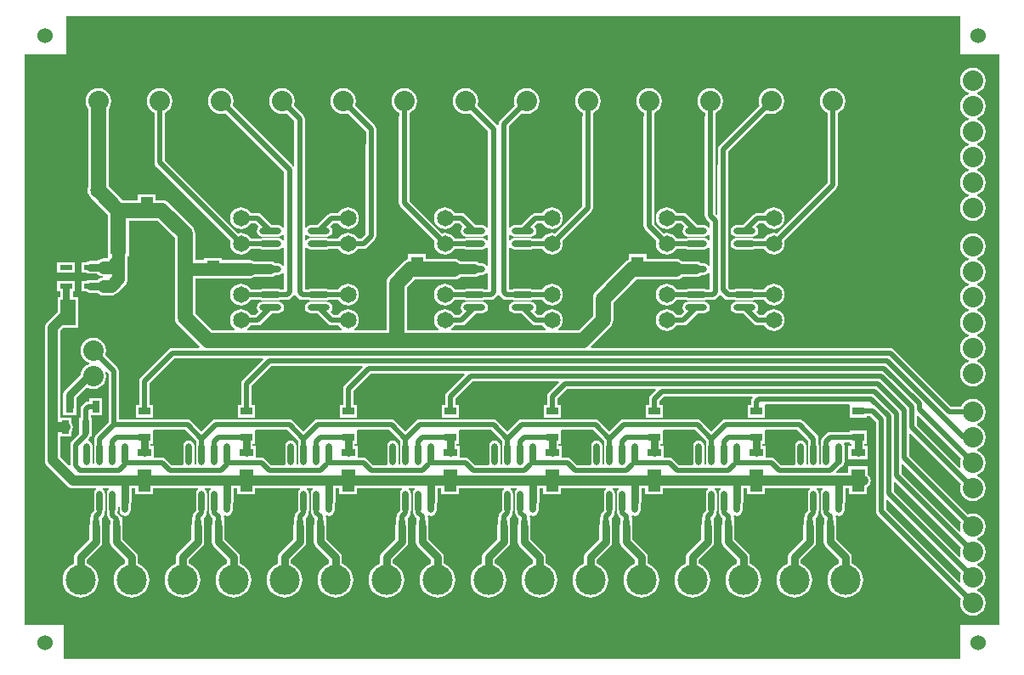
<source format=gtl>
G04 Layer_Physical_Order=1*
G04 Layer_Color=255*
%FSLAX25Y25*%
%MOIN*%
G70*
G01*
G75*
%ADD10R,0.05118X0.02756*%
%ADD11O,0.08661X0.02362*%
%ADD12R,0.04724X0.03150*%
%ADD13R,0.05512X0.03150*%
%ADD14O,0.02362X0.08661*%
%ADD15R,0.06299X0.10236*%
%ADD16R,0.02756X0.05118*%
%ADD17R,0.04724X0.01968*%
%ADD18R,0.03150X0.05512*%
%ADD19R,0.03150X0.04724*%
%ADD20C,0.02000*%
%ADD21C,0.03000*%
%ADD22C,0.04000*%
%ADD23C,0.06000*%
%ADD24C,0.05000*%
%ADD25R,0.03000X0.06260*%
%ADD26C,0.06500*%
%ADD27C,0.08000*%
%ADD28C,0.11811*%
%ADD29C,0.06000*%
%ADD30C,0.05000*%
G36*
X477000Y457430D02*
X492500Y457430D01*
Y233515D01*
X477000D01*
Y220000D01*
X125500D01*
Y233500D01*
X125485Y233515D01*
X110000D01*
Y457430D01*
X126358Y457430D01*
X126358Y472500D01*
X477000D01*
X477000Y457430D01*
D02*
G37*
%LPC*%
G36*
X395547Y360224D02*
X389248D01*
X388397Y360055D01*
X387675Y359573D01*
X387193Y358851D01*
X387024Y358000D01*
X387193Y357149D01*
X387675Y356428D01*
X388397Y355945D01*
X389248Y355776D01*
X391738D01*
X395956Y351558D01*
X396617Y351116D01*
X397398Y350961D01*
X400193D01*
X400237Y350857D01*
X400918Y349969D01*
X401805Y349288D01*
X402839Y348859D01*
X403949Y348713D01*
X405058Y348859D01*
X406092Y349288D01*
X406980Y349969D01*
X407661Y350857D01*
X408089Y351890D01*
X408236Y353000D01*
X408089Y354110D01*
X407661Y355143D01*
X406980Y356031D01*
X406092Y356712D01*
X405058Y357141D01*
X403949Y357287D01*
X402839Y357141D01*
X401805Y356712D01*
X400918Y356031D01*
X400237Y355143D01*
X400193Y355039D01*
X398242D01*
X397096Y356186D01*
X397120Y356428D01*
X397602Y357149D01*
X397771Y358000D01*
X397602Y358851D01*
X397120Y359573D01*
X396398Y360055D01*
X395547Y360224D01*
D02*
G37*
G36*
X376650D02*
X370350D01*
X369499Y360055D01*
X368778Y359573D01*
X368296Y358851D01*
X368127Y358000D01*
X368296Y357149D01*
X368778Y356428D01*
X368802Y356186D01*
X367655Y355039D01*
X365704D01*
X365661Y355143D01*
X364980Y356031D01*
X364092Y356712D01*
X363058Y357141D01*
X361949Y357287D01*
X360839Y357141D01*
X359805Y356712D01*
X358918Y356031D01*
X358237Y355143D01*
X357808Y354110D01*
X357662Y353000D01*
X357808Y351890D01*
X358237Y350857D01*
X358918Y349969D01*
X359805Y349288D01*
X360839Y348859D01*
X361949Y348713D01*
X363058Y348859D01*
X364092Y349288D01*
X364980Y349969D01*
X365661Y350857D01*
X365704Y350961D01*
X368500D01*
X369280Y351116D01*
X369942Y351558D01*
X374160Y355776D01*
X376650D01*
X377501Y355945D01*
X378222Y356428D01*
X378704Y357149D01*
X378873Y358000D01*
X378704Y358851D01*
X378222Y359573D01*
X377501Y360055D01*
X376650Y360224D01*
D02*
G37*
G36*
X129638Y368244D02*
X122913D01*
Y364276D01*
X123980D01*
Y362118D01*
X122945D01*
Y356130D01*
X118860Y352045D01*
X118379Y351418D01*
X118077Y350689D01*
X117974Y349905D01*
Y311000D01*
Y298000D01*
X118077Y297217D01*
X118379Y296487D01*
X118860Y295860D01*
X126860Y287860D01*
X127487Y287380D01*
X128217Y287077D01*
X129000Y286974D01*
X138076D01*
X138228Y286474D01*
X137927Y286273D01*
X137445Y285552D01*
X137276Y284701D01*
Y278402D01*
X137316Y278200D01*
X136558Y277442D01*
X136116Y276780D01*
X135961Y276000D01*
Y275559D01*
X135622D01*
Y272860D01*
X135451Y272000D01*
Y267056D01*
X130198Y261802D01*
X129645Y260976D01*
X129451Y260000D01*
Y257443D01*
X129345Y257411D01*
X128145Y256769D01*
X127093Y255907D01*
X126231Y254855D01*
X125589Y253655D01*
X125194Y252354D01*
X125061Y251000D01*
X125194Y249646D01*
X125589Y248345D01*
X126231Y247145D01*
X127093Y246093D01*
X128145Y245231D01*
X129345Y244589D01*
X130646Y244194D01*
X132000Y244061D01*
X133354Y244194D01*
X134655Y244589D01*
X135855Y245231D01*
X136907Y246093D01*
X137769Y247145D01*
X138411Y248345D01*
X138806Y249646D01*
X138939Y251000D01*
X138806Y252354D01*
X138411Y253655D01*
X137769Y254855D01*
X136907Y255907D01*
X135855Y256769D01*
X134655Y257411D01*
X134549Y257443D01*
Y258944D01*
X139802Y264198D01*
X140355Y265024D01*
X140549Y266000D01*
Y272000D01*
X140378Y272860D01*
Y275494D01*
X140942Y276058D01*
X141384Y276720D01*
X141539Y277500D01*
Y277528D01*
X141554Y277551D01*
X141724Y278402D01*
Y284701D01*
X141554Y285552D01*
X141072Y286273D01*
X140772Y286474D01*
X140924Y286974D01*
X143076D01*
X143228Y286474D01*
X142928Y286273D01*
X142446Y285552D01*
X142276Y284701D01*
Y278402D01*
X142446Y277551D01*
X142461Y277528D01*
Y276500D01*
X142616Y275720D01*
X143058Y275058D01*
X143622Y274494D01*
Y272860D01*
X143451Y272000D01*
Y266000D01*
X143645Y265024D01*
X144198Y264198D01*
X149451Y258944D01*
Y257443D01*
X149345Y257411D01*
X148145Y256769D01*
X147093Y255907D01*
X146230Y254855D01*
X145589Y253655D01*
X145194Y252354D01*
X145061Y251000D01*
X145194Y249646D01*
X145589Y248345D01*
X146230Y247145D01*
X147093Y246093D01*
X148145Y245231D01*
X149345Y244589D01*
X150646Y244194D01*
X152000Y244061D01*
X153354Y244194D01*
X154655Y244589D01*
X155855Y245231D01*
X156907Y246093D01*
X157770Y247145D01*
X158411Y248345D01*
X158806Y249646D01*
X158939Y251000D01*
X158806Y252354D01*
X158411Y253655D01*
X157770Y254855D01*
X156907Y255907D01*
X155855Y256769D01*
X154655Y257411D01*
X154549Y257443D01*
Y260000D01*
X154355Y260976D01*
X153802Y261802D01*
X148549Y267056D01*
Y272000D01*
X148378Y272860D01*
Y275559D01*
X147928D01*
X147884Y275780D01*
X147442Y276442D01*
X146539Y277345D01*
Y277528D01*
X146555Y277551D01*
X146724Y278402D01*
Y279749D01*
X147224Y279995D01*
X147276Y279955D01*
Y278402D01*
X147445Y277551D01*
X147927Y276829D01*
X148649Y276347D01*
X149500Y276178D01*
X150351Y276347D01*
X151073Y276829D01*
X151555Y277551D01*
X151724Y278402D01*
Y280380D01*
X151855Y280576D01*
X152049Y281551D01*
Y286974D01*
X153441D01*
Y284622D01*
X160559D01*
Y286974D01*
X178076D01*
X178228Y286474D01*
X177927Y286273D01*
X177445Y285552D01*
X177276Y284701D01*
Y278402D01*
X177316Y278200D01*
X176558Y277442D01*
X176116Y276780D01*
X175961Y276000D01*
Y275559D01*
X175622D01*
Y272860D01*
X175451Y272000D01*
Y267056D01*
X170198Y261802D01*
X169645Y260976D01*
X169451Y260000D01*
Y257443D01*
X169345Y257411D01*
X168145Y256769D01*
X167093Y255907D01*
X166230Y254855D01*
X165589Y253655D01*
X165194Y252354D01*
X165061Y251000D01*
X165194Y249646D01*
X165589Y248345D01*
X166230Y247145D01*
X167093Y246093D01*
X168145Y245231D01*
X169345Y244589D01*
X170646Y244194D01*
X172000Y244061D01*
X173354Y244194D01*
X174655Y244589D01*
X175855Y245231D01*
X176907Y246093D01*
X177769Y247145D01*
X178411Y248345D01*
X178806Y249646D01*
X178939Y251000D01*
X178806Y252354D01*
X178411Y253655D01*
X177769Y254855D01*
X176907Y255907D01*
X175855Y256769D01*
X174655Y257411D01*
X174549Y257443D01*
Y258944D01*
X179802Y264198D01*
X180355Y265024D01*
X180549Y266000D01*
Y272000D01*
X180378Y272860D01*
Y275494D01*
X180942Y276058D01*
X181384Y276720D01*
X181539Y277500D01*
Y277528D01*
X181554Y277551D01*
X181724Y278402D01*
Y284701D01*
X181554Y285552D01*
X181072Y286273D01*
X180772Y286474D01*
X180924Y286974D01*
X183076D01*
X183228Y286474D01*
X182928Y286273D01*
X182446Y285552D01*
X182276Y284701D01*
Y278402D01*
X182446Y277551D01*
X182461Y277528D01*
Y277500D01*
X182616Y276720D01*
X183058Y276058D01*
X183622Y275494D01*
Y272860D01*
X183451Y272000D01*
Y266000D01*
X183645Y265024D01*
X184198Y264198D01*
X189451Y258944D01*
Y257443D01*
X189345Y257411D01*
X188145Y256769D01*
X187093Y255907D01*
X186231Y254855D01*
X185589Y253655D01*
X185194Y252354D01*
X185061Y251000D01*
X185194Y249646D01*
X185589Y248345D01*
X186231Y247145D01*
X187093Y246093D01*
X188145Y245231D01*
X189345Y244589D01*
X190646Y244194D01*
X192000Y244061D01*
X193354Y244194D01*
X194655Y244589D01*
X195855Y245231D01*
X196907Y246093D01*
X197769Y247145D01*
X198411Y248345D01*
X198806Y249646D01*
X198939Y251000D01*
X198806Y252354D01*
X198411Y253655D01*
X197769Y254855D01*
X196907Y255907D01*
X195855Y256769D01*
X194655Y257411D01*
X194549Y257443D01*
Y260000D01*
X194355Y260976D01*
X193802Y261802D01*
X188549Y267056D01*
Y272000D01*
X188378Y272860D01*
Y275559D01*
X188039D01*
Y276000D01*
X188004Y276177D01*
X188454Y276477D01*
X188649Y276347D01*
X189500Y276178D01*
X190351Y276347D01*
X191072Y276829D01*
X191554Y277551D01*
X191724Y278402D01*
Y280380D01*
X191855Y280576D01*
X192049Y281551D01*
Y286974D01*
X193441D01*
Y284622D01*
X200559D01*
Y286974D01*
X218076D01*
X218228Y286474D01*
X217928Y286273D01*
X217445Y285552D01*
X217276Y284701D01*
Y278402D01*
X217316Y278200D01*
X216558Y277442D01*
X216116Y276780D01*
X215961Y276000D01*
Y275559D01*
X215622D01*
Y272860D01*
X215451Y272000D01*
Y267056D01*
X210198Y261802D01*
X209645Y260976D01*
X209451Y260000D01*
Y257443D01*
X209345Y257411D01*
X208145Y256769D01*
X207093Y255907D01*
X206230Y254855D01*
X205589Y253655D01*
X205194Y252354D01*
X205061Y251000D01*
X205194Y249646D01*
X205589Y248345D01*
X206230Y247145D01*
X207093Y246093D01*
X208145Y245231D01*
X209345Y244589D01*
X210646Y244194D01*
X212000Y244061D01*
X213354Y244194D01*
X214655Y244589D01*
X215855Y245231D01*
X216907Y246093D01*
X217770Y247145D01*
X218411Y248345D01*
X218806Y249646D01*
X218939Y251000D01*
X218806Y252354D01*
X218411Y253655D01*
X217770Y254855D01*
X216907Y255907D01*
X215855Y256769D01*
X214655Y257411D01*
X214549Y257443D01*
Y258944D01*
X219802Y264198D01*
X220355Y265024D01*
X220549Y266000D01*
Y272000D01*
X220378Y272860D01*
Y275494D01*
X220942Y276058D01*
X221384Y276720D01*
X221539Y277500D01*
Y277528D01*
X221555Y277551D01*
X221724Y278402D01*
Y284701D01*
X221555Y285552D01*
X221073Y286273D01*
X220772Y286474D01*
X220924Y286974D01*
X223076D01*
X223228Y286474D01*
X222927Y286273D01*
X222445Y285552D01*
X222276Y284701D01*
Y278402D01*
X222445Y277551D01*
X222461Y277528D01*
Y277500D01*
X222616Y276720D01*
X223058Y276058D01*
X223622Y275494D01*
Y272860D01*
X223451Y272000D01*
Y266000D01*
X223645Y265024D01*
X224198Y264198D01*
X229451Y258944D01*
Y257443D01*
X229345Y257411D01*
X228145Y256769D01*
X227093Y255907D01*
X226231Y254855D01*
X225589Y253655D01*
X225194Y252354D01*
X225061Y251000D01*
X225194Y249646D01*
X225589Y248345D01*
X226231Y247145D01*
X227093Y246093D01*
X228145Y245231D01*
X229345Y244589D01*
X230646Y244194D01*
X232000Y244061D01*
X233354Y244194D01*
X234655Y244589D01*
X235855Y245231D01*
X236907Y246093D01*
X237770Y247145D01*
X238411Y248345D01*
X238806Y249646D01*
X238939Y251000D01*
X238806Y252354D01*
X238411Y253655D01*
X237770Y254855D01*
X236907Y255907D01*
X235855Y256769D01*
X234655Y257411D01*
X234549Y257443D01*
Y260000D01*
X234355Y260976D01*
X233802Y261802D01*
X228549Y267056D01*
Y272000D01*
X228378Y272860D01*
Y275559D01*
X228039D01*
Y276000D01*
X228004Y276177D01*
X228454Y276477D01*
X228649Y276347D01*
X229500Y276178D01*
X230351Y276347D01*
X231072Y276829D01*
X231555Y277551D01*
X231724Y278402D01*
Y280380D01*
X231855Y280576D01*
X232049Y281551D01*
Y286974D01*
X233441D01*
Y284622D01*
X240559D01*
Y286974D01*
X258076D01*
X258228Y286474D01*
X257927Y286273D01*
X257445Y285552D01*
X257276Y284701D01*
Y278402D01*
X257316Y278200D01*
X256558Y277442D01*
X256116Y276780D01*
X255961Y276000D01*
Y275559D01*
X255622D01*
Y272860D01*
X255451Y272000D01*
Y267056D01*
X250198Y261802D01*
X249645Y260976D01*
X249451Y260000D01*
Y257443D01*
X249345Y257411D01*
X248145Y256769D01*
X247093Y255907D01*
X246231Y254855D01*
X245589Y253655D01*
X245194Y252354D01*
X245061Y251000D01*
X245194Y249646D01*
X245589Y248345D01*
X246231Y247145D01*
X247093Y246093D01*
X248145Y245231D01*
X249345Y244589D01*
X250646Y244194D01*
X252000Y244061D01*
X253354Y244194D01*
X254655Y244589D01*
X255855Y245231D01*
X256907Y246093D01*
X257769Y247145D01*
X258411Y248345D01*
X258806Y249646D01*
X258939Y251000D01*
X258806Y252354D01*
X258411Y253655D01*
X257769Y254855D01*
X256907Y255907D01*
X255855Y256769D01*
X254655Y257411D01*
X254549Y257443D01*
Y258944D01*
X259802Y264198D01*
X260355Y265024D01*
X260549Y266000D01*
Y272000D01*
X260378Y272860D01*
Y275494D01*
X260942Y276058D01*
X261384Y276720D01*
X261539Y277500D01*
Y277528D01*
X261555Y277551D01*
X261724Y278402D01*
Y284701D01*
X261555Y285552D01*
X261072Y286273D01*
X260772Y286474D01*
X260924Y286974D01*
X263076D01*
X263228Y286474D01*
X262928Y286273D01*
X262445Y285552D01*
X262276Y284701D01*
Y278402D01*
X262445Y277551D01*
X262461Y277528D01*
Y277500D01*
X262616Y276720D01*
X263058Y276058D01*
X263622Y275494D01*
Y272860D01*
X263451Y272000D01*
Y266000D01*
X263645Y265024D01*
X264198Y264198D01*
X269451Y258944D01*
Y257443D01*
X269345Y257411D01*
X268145Y256769D01*
X267093Y255907D01*
X266231Y254855D01*
X265589Y253655D01*
X265194Y252354D01*
X265061Y251000D01*
X265194Y249646D01*
X265589Y248345D01*
X266231Y247145D01*
X267093Y246093D01*
X268145Y245231D01*
X269345Y244589D01*
X270646Y244194D01*
X272000Y244061D01*
X273354Y244194D01*
X274655Y244589D01*
X275855Y245231D01*
X276907Y246093D01*
X277769Y247145D01*
X278411Y248345D01*
X278806Y249646D01*
X278939Y251000D01*
X278806Y252354D01*
X278411Y253655D01*
X277769Y254855D01*
X276907Y255907D01*
X275855Y256769D01*
X274655Y257411D01*
X274549Y257443D01*
Y260000D01*
X274355Y260976D01*
X273802Y261802D01*
X268549Y267056D01*
Y272000D01*
X268378Y272860D01*
Y275559D01*
X268039D01*
Y276000D01*
X268004Y276177D01*
X268454Y276477D01*
X268649Y276347D01*
X269500Y276178D01*
X270351Y276347D01*
X271073Y276829D01*
X271555Y277551D01*
X271724Y278402D01*
Y280380D01*
X271855Y280576D01*
X272049Y281551D01*
Y286974D01*
X273441D01*
Y284622D01*
X280559D01*
Y286974D01*
X298076D01*
X298228Y286474D01*
X297927Y286273D01*
X297445Y285552D01*
X297276Y284701D01*
Y278402D01*
X297316Y278200D01*
X296558Y277442D01*
X296116Y276780D01*
X295961Y276000D01*
Y275559D01*
X295622D01*
Y272860D01*
X295451Y272000D01*
Y267056D01*
X290198Y261802D01*
X289645Y260976D01*
X289451Y260000D01*
Y257443D01*
X289345Y257411D01*
X288145Y256769D01*
X287093Y255907D01*
X286230Y254855D01*
X285589Y253655D01*
X285194Y252354D01*
X285061Y251000D01*
X285194Y249646D01*
X285589Y248345D01*
X286230Y247145D01*
X287093Y246093D01*
X288145Y245231D01*
X289345Y244589D01*
X290646Y244194D01*
X292000Y244061D01*
X293354Y244194D01*
X294655Y244589D01*
X295855Y245231D01*
X296907Y246093D01*
X297769Y247145D01*
X298411Y248345D01*
X298806Y249646D01*
X298939Y251000D01*
X298806Y252354D01*
X298411Y253655D01*
X297769Y254855D01*
X296907Y255907D01*
X295855Y256769D01*
X294655Y257411D01*
X294549Y257443D01*
Y258944D01*
X299802Y264198D01*
X300355Y265024D01*
X300549Y266000D01*
Y272000D01*
X300378Y272860D01*
Y275494D01*
X300942Y276058D01*
X301384Y276720D01*
X301539Y277500D01*
Y277528D01*
X301555Y277551D01*
X301724Y278402D01*
Y284701D01*
X301555Y285552D01*
X301073Y286273D01*
X300772Y286474D01*
X300924Y286974D01*
X303076D01*
X303228Y286474D01*
X302927Y286273D01*
X302445Y285552D01*
X302276Y284701D01*
Y278402D01*
X302445Y277551D01*
X302461Y277528D01*
Y277500D01*
X302616Y276720D01*
X303058Y276058D01*
X303622Y275494D01*
Y272860D01*
X303451Y272000D01*
Y266000D01*
X303645Y265024D01*
X304198Y264198D01*
X309451Y258944D01*
Y257443D01*
X309345Y257411D01*
X308145Y256769D01*
X307093Y255907D01*
X306230Y254855D01*
X305589Y253655D01*
X305194Y252354D01*
X305061Y251000D01*
X305194Y249646D01*
X305589Y248345D01*
X306230Y247145D01*
X307093Y246093D01*
X308145Y245231D01*
X309345Y244589D01*
X310646Y244194D01*
X312000Y244061D01*
X313354Y244194D01*
X314655Y244589D01*
X315855Y245231D01*
X316907Y246093D01*
X317770Y247145D01*
X318411Y248345D01*
X318806Y249646D01*
X318939Y251000D01*
X318806Y252354D01*
X318411Y253655D01*
X317770Y254855D01*
X316907Y255907D01*
X315855Y256769D01*
X314655Y257411D01*
X314549Y257443D01*
Y260000D01*
X314355Y260976D01*
X313802Y261802D01*
X308549Y267056D01*
Y272000D01*
X308378Y272860D01*
Y275559D01*
X308039D01*
Y276000D01*
X308004Y276177D01*
X308454Y276477D01*
X308649Y276347D01*
X309500Y276178D01*
X310351Y276347D01*
X311072Y276829D01*
X311555Y277551D01*
X311724Y278402D01*
Y280380D01*
X311855Y280576D01*
X312049Y281551D01*
Y286974D01*
X313441D01*
Y284622D01*
X320559D01*
Y286974D01*
X338076D01*
X338228Y286474D01*
X337928Y286273D01*
X337445Y285552D01*
X337276Y284701D01*
Y278402D01*
X337316Y278200D01*
X336558Y277442D01*
X336116Y276780D01*
X335961Y276000D01*
Y275559D01*
X335622D01*
Y272860D01*
X335451Y272000D01*
Y267056D01*
X330198Y261802D01*
X329645Y260976D01*
X329451Y260000D01*
Y257443D01*
X329345Y257411D01*
X328145Y256769D01*
X327093Y255907D01*
X326231Y254855D01*
X325589Y253655D01*
X325194Y252354D01*
X325061Y251000D01*
X325194Y249646D01*
X325589Y248345D01*
X326231Y247145D01*
X327093Y246093D01*
X328145Y245231D01*
X329345Y244589D01*
X330646Y244194D01*
X332000Y244061D01*
X333354Y244194D01*
X334655Y244589D01*
X335855Y245231D01*
X336907Y246093D01*
X337770Y247145D01*
X338411Y248345D01*
X338806Y249646D01*
X338939Y251000D01*
X338806Y252354D01*
X338411Y253655D01*
X337770Y254855D01*
X336907Y255907D01*
X335855Y256769D01*
X334655Y257411D01*
X334549Y257443D01*
Y258944D01*
X339802Y264198D01*
X340355Y265024D01*
X340549Y266000D01*
Y272000D01*
X340378Y272860D01*
Y275494D01*
X340942Y276058D01*
X341384Y276720D01*
X341539Y277500D01*
Y277528D01*
X341555Y277551D01*
X341724Y278402D01*
Y284701D01*
X341555Y285552D01*
X341073Y286273D01*
X340772Y286474D01*
X340924Y286974D01*
X343076D01*
X343228Y286474D01*
X342928Y286273D01*
X342445Y285552D01*
X342276Y284701D01*
Y278402D01*
X342445Y277551D01*
X342461Y277528D01*
Y277500D01*
X342616Y276720D01*
X343058Y276058D01*
X343622Y275494D01*
Y272860D01*
X343451Y272000D01*
Y266000D01*
X343645Y265024D01*
X344198Y264198D01*
X349451Y258944D01*
Y257443D01*
X349345Y257411D01*
X348145Y256769D01*
X347093Y255907D01*
X346231Y254855D01*
X345589Y253655D01*
X345194Y252354D01*
X345061Y251000D01*
X345194Y249646D01*
X345589Y248345D01*
X346231Y247145D01*
X347093Y246093D01*
X348145Y245231D01*
X349345Y244589D01*
X350646Y244194D01*
X352000Y244061D01*
X353354Y244194D01*
X354655Y244589D01*
X355855Y245231D01*
X356907Y246093D01*
X357769Y247145D01*
X358411Y248345D01*
X358806Y249646D01*
X358939Y251000D01*
X358806Y252354D01*
X358411Y253655D01*
X357769Y254855D01*
X356907Y255907D01*
X355855Y256769D01*
X354655Y257411D01*
X354549Y257443D01*
Y260000D01*
X354355Y260976D01*
X353802Y261802D01*
X348549Y267056D01*
Y272000D01*
X348378Y272860D01*
Y275559D01*
X348039D01*
Y276000D01*
X348004Y276177D01*
X348454Y276477D01*
X348649Y276347D01*
X349500Y276178D01*
X350351Y276347D01*
X351073Y276829D01*
X351555Y277551D01*
X351724Y278402D01*
Y280380D01*
X351855Y280576D01*
X352049Y281551D01*
Y286974D01*
X353441D01*
Y284622D01*
X360559D01*
Y286974D01*
X378076D01*
X378228Y286474D01*
X377927Y286273D01*
X377445Y285552D01*
X377276Y284701D01*
Y278402D01*
X377316Y278200D01*
X376558Y277442D01*
X376116Y276780D01*
X375961Y276000D01*
Y275559D01*
X375622D01*
Y272860D01*
X375451Y272000D01*
Y267056D01*
X370198Y261802D01*
X369645Y260976D01*
X369451Y260000D01*
Y257443D01*
X369345Y257411D01*
X368145Y256769D01*
X367093Y255907D01*
X366231Y254855D01*
X365589Y253655D01*
X365194Y252354D01*
X365061Y251000D01*
X365194Y249646D01*
X365589Y248345D01*
X366231Y247145D01*
X367093Y246093D01*
X368145Y245231D01*
X369345Y244589D01*
X370646Y244194D01*
X372000Y244061D01*
X373354Y244194D01*
X374655Y244589D01*
X375855Y245231D01*
X376907Y246093D01*
X377769Y247145D01*
X378411Y248345D01*
X378806Y249646D01*
X378939Y251000D01*
X378806Y252354D01*
X378411Y253655D01*
X377769Y254855D01*
X376907Y255907D01*
X375855Y256769D01*
X374655Y257411D01*
X374549Y257443D01*
Y258944D01*
X379802Y264198D01*
X380355Y265024D01*
X380549Y266000D01*
Y272000D01*
X380378Y272860D01*
Y275494D01*
X380942Y276058D01*
X381384Y276720D01*
X381539Y277500D01*
Y277528D01*
X381555Y277551D01*
X381724Y278402D01*
Y284701D01*
X381555Y285552D01*
X381072Y286273D01*
X380772Y286474D01*
X380924Y286974D01*
X383076D01*
X383228Y286474D01*
X382927Y286273D01*
X382445Y285552D01*
X382276Y284701D01*
Y278402D01*
X382445Y277551D01*
X382461Y277528D01*
Y277500D01*
X382616Y276720D01*
X383058Y276058D01*
X383622Y275494D01*
Y272860D01*
X383451Y272000D01*
Y266000D01*
X383645Y265024D01*
X384198Y264198D01*
X389451Y258944D01*
Y257443D01*
X389345Y257411D01*
X388145Y256769D01*
X387093Y255907D01*
X386230Y254855D01*
X385589Y253655D01*
X385194Y252354D01*
X385061Y251000D01*
X385194Y249646D01*
X385589Y248345D01*
X386230Y247145D01*
X387093Y246093D01*
X388145Y245231D01*
X389345Y244589D01*
X390646Y244194D01*
X392000Y244061D01*
X393354Y244194D01*
X394655Y244589D01*
X395855Y245231D01*
X396907Y246093D01*
X397769Y247145D01*
X398411Y248345D01*
X398806Y249646D01*
X398939Y251000D01*
X398806Y252354D01*
X398411Y253655D01*
X397769Y254855D01*
X396907Y255907D01*
X395855Y256769D01*
X394655Y257411D01*
X394549Y257443D01*
Y260000D01*
X394355Y260976D01*
X393802Y261802D01*
X388549Y267056D01*
Y272000D01*
X388378Y272860D01*
Y275559D01*
X388039D01*
Y276000D01*
X388004Y276177D01*
X388454Y276477D01*
X388649Y276347D01*
X389500Y276178D01*
X390351Y276347D01*
X391073Y276829D01*
X391555Y277551D01*
X391724Y278402D01*
Y280380D01*
X391855Y280576D01*
X392049Y281551D01*
Y286974D01*
X393441D01*
Y284622D01*
X400559D01*
Y286974D01*
X418076D01*
X418228Y286474D01*
X417928Y286273D01*
X417445Y285552D01*
X417276Y284701D01*
Y278402D01*
X417316Y278200D01*
X416558Y277442D01*
X416116Y276780D01*
X415961Y276000D01*
Y275559D01*
X415622D01*
Y272860D01*
X415451Y272000D01*
Y267056D01*
X410198Y261802D01*
X409645Y260976D01*
X409451Y260000D01*
Y257443D01*
X409345Y257411D01*
X408145Y256769D01*
X407093Y255907D01*
X406230Y254855D01*
X405589Y253655D01*
X405194Y252354D01*
X405061Y251000D01*
X405194Y249646D01*
X405589Y248345D01*
X406230Y247145D01*
X407093Y246093D01*
X408145Y245231D01*
X409345Y244589D01*
X410646Y244194D01*
X412000Y244061D01*
X413354Y244194D01*
X414655Y244589D01*
X415855Y245231D01*
X416907Y246093D01*
X417769Y247145D01*
X418411Y248345D01*
X418806Y249646D01*
X418939Y251000D01*
X418806Y252354D01*
X418411Y253655D01*
X417769Y254855D01*
X416907Y255907D01*
X415855Y256769D01*
X414655Y257411D01*
X414549Y257443D01*
Y258944D01*
X419802Y264198D01*
X420355Y265024D01*
X420549Y266000D01*
Y272000D01*
X420378Y272860D01*
Y275494D01*
X420942Y276058D01*
X421384Y276720D01*
X421539Y277500D01*
Y277528D01*
X421555Y277551D01*
X421724Y278402D01*
Y284701D01*
X421555Y285552D01*
X421072Y286273D01*
X420772Y286474D01*
X420924Y286974D01*
X423076D01*
X423228Y286474D01*
X422928Y286273D01*
X422445Y285552D01*
X422276Y284701D01*
Y278402D01*
X422445Y277551D01*
X422461Y277528D01*
Y277500D01*
X422616Y276720D01*
X423058Y276058D01*
X423622Y275494D01*
Y272860D01*
X423451Y272000D01*
Y266000D01*
X423645Y265024D01*
X424198Y264198D01*
X429451Y258944D01*
Y257443D01*
X429345Y257411D01*
X428145Y256769D01*
X427093Y255907D01*
X426230Y254855D01*
X425589Y253655D01*
X425194Y252354D01*
X425061Y251000D01*
X425194Y249646D01*
X425589Y248345D01*
X426230Y247145D01*
X427093Y246093D01*
X428145Y245231D01*
X429345Y244589D01*
X430646Y244194D01*
X432000Y244061D01*
X433354Y244194D01*
X434655Y244589D01*
X435855Y245231D01*
X436907Y246093D01*
X437770Y247145D01*
X438411Y248345D01*
X438806Y249646D01*
X438939Y251000D01*
X438806Y252354D01*
X438411Y253655D01*
X437770Y254855D01*
X436907Y255907D01*
X435855Y256769D01*
X434655Y257411D01*
X434549Y257443D01*
Y260000D01*
X434355Y260976D01*
X433802Y261802D01*
X428549Y267056D01*
Y272000D01*
X428378Y272860D01*
Y275559D01*
X428039D01*
Y276000D01*
X428004Y276177D01*
X428454Y276477D01*
X428649Y276347D01*
X429500Y276178D01*
X430351Y276347D01*
X431073Y276829D01*
X431555Y277551D01*
X431724Y278402D01*
Y280380D01*
X431855Y280576D01*
X432049Y281551D01*
Y286974D01*
X433441D01*
Y284622D01*
X440559D01*
Y287415D01*
X441140Y287860D01*
X441620Y288487D01*
X441923Y289217D01*
X442026Y290000D01*
X441923Y290783D01*
X441620Y291513D01*
X441140Y292140D01*
X440756Y292434D01*
Y295575D01*
X433244D01*
Y293026D01*
X428563D01*
X428372Y293488D01*
X430073Y295189D01*
X430351Y295245D01*
X431073Y295727D01*
X431555Y296448D01*
X431724Y297299D01*
Y303598D01*
X431555Y304449D01*
X431507Y304520D01*
X431743Y304961D01*
X433638D01*
Y304425D01*
X434451D01*
Y303575D01*
X433244D01*
Y298425D01*
X440756D01*
Y303575D01*
X439549D01*
Y304425D01*
X440362D01*
Y309575D01*
X433638D01*
Y309039D01*
X426000D01*
X425220Y308884D01*
X424558Y308442D01*
X423058Y306942D01*
X422616Y306280D01*
X422461Y305500D01*
Y304472D01*
X422445Y304449D01*
X422276Y303598D01*
Y297299D01*
X422393Y296714D01*
X422058Y296260D01*
X421942D01*
X421607Y296714D01*
X421724Y297299D01*
Y303598D01*
X421555Y304449D01*
X421539Y304472D01*
Y306500D01*
X421384Y307280D01*
X420942Y307942D01*
X420942Y307942D01*
X415442Y313442D01*
X414780Y313884D01*
X414000Y314039D01*
X385000D01*
X384220Y313884D01*
X383558Y313442D01*
X383558Y313442D01*
X379500Y309384D01*
X375442Y313442D01*
X374780Y313884D01*
X374000Y314039D01*
X345000D01*
X344220Y313884D01*
X343558Y313442D01*
X343558Y313442D01*
X339500Y309384D01*
X335442Y313442D01*
X334780Y313884D01*
X334000Y314039D01*
X305000D01*
X304220Y313884D01*
X303558Y313442D01*
X303558Y313442D01*
X299500Y309384D01*
X295442Y313442D01*
X294780Y313884D01*
X294000Y314039D01*
X265000D01*
X264220Y313884D01*
X263558Y313442D01*
X263558Y313442D01*
X259500Y309384D01*
X255442Y313442D01*
X254780Y313884D01*
X254000Y314039D01*
X225000D01*
X224220Y313884D01*
X223558Y313442D01*
X223558Y313442D01*
X219500Y309384D01*
X215442Y313442D01*
X214780Y313884D01*
X214000Y314039D01*
X185000D01*
X184220Y313884D01*
X183558Y313442D01*
X183558Y313442D01*
X179500Y309384D01*
X175442Y313442D01*
X174780Y313884D01*
X174000Y314039D01*
X147039D01*
Y333000D01*
X146884Y333780D01*
X146442Y334442D01*
X141672Y339212D01*
X141871Y339695D01*
X142043Y341000D01*
X141871Y342305D01*
X141367Y343522D01*
X140566Y344566D01*
X139522Y345368D01*
X138305Y345871D01*
X137000Y346043D01*
X135695Y345871D01*
X134478Y345368D01*
X133434Y344566D01*
X132633Y343522D01*
X132129Y342305D01*
X131957Y341000D01*
X132129Y339695D01*
X132633Y338478D01*
X133434Y337434D01*
X134478Y336632D01*
X135352Y336271D01*
Y335729D01*
X134478Y335367D01*
X133434Y334566D01*
X132633Y333522D01*
X132129Y332305D01*
X132042Y331647D01*
X125961Y325566D01*
X125409Y324739D01*
X125215Y323764D01*
Y322362D01*
X125189D01*
Y315638D01*
X130339D01*
Y322362D01*
X130339Y322362D01*
X130339D01*
X130339Y322362D01*
X130429Y322825D01*
X134342Y326737D01*
X134478Y326632D01*
X135695Y326129D01*
X137000Y325957D01*
X138305Y326129D01*
X139522Y326632D01*
X140566Y327434D01*
X141367Y328478D01*
X141871Y329695D01*
X142043Y331000D01*
X141871Y332305D01*
X141707Y332702D01*
X142131Y332985D01*
X142961Y332155D01*
Y312845D01*
X138058Y307942D01*
X137616Y307280D01*
X137461Y306500D01*
Y304472D01*
X137445Y304449D01*
X137276Y303598D01*
Y297299D01*
X137341Y296971D01*
X137000Y296540D01*
X136659Y296971D01*
X136724Y297299D01*
Y303598D01*
X136555Y304449D01*
X136073Y305171D01*
X135351Y305653D01*
X135192Y305685D01*
X135047Y306163D01*
X135442Y306558D01*
X135884Y307220D01*
X135889Y307244D01*
X136575D01*
Y314756D01*
X136039D01*
Y315638D01*
X140575D01*
Y322362D01*
X135425D01*
Y321039D01*
X135000D01*
X134220Y320884D01*
X133558Y320442D01*
X132558Y319442D01*
X132116Y318780D01*
X131961Y318000D01*
Y314756D01*
X131425D01*
Y308309D01*
X128558Y305442D01*
X128116Y304780D01*
X127961Y304000D01*
Y296026D01*
X127903Y295974D01*
X127494Y295786D01*
X124026Y299253D01*
Y307244D01*
X128575D01*
Y309427D01*
X128621Y309487D01*
X128923Y310217D01*
X129026Y311000D01*
X128923Y311783D01*
X128621Y312513D01*
X128575Y312573D01*
Y314756D01*
X124026D01*
Y348652D01*
X125256Y349882D01*
X131244D01*
Y362118D01*
X129020D01*
Y364276D01*
X129638D01*
Y368244D01*
D02*
G37*
G36*
X482000Y387043D02*
X480695Y386871D01*
X479478Y386368D01*
X478434Y385566D01*
X477633Y384522D01*
X477129Y383305D01*
X476957Y382000D01*
X477129Y380695D01*
X477633Y379478D01*
X478434Y378434D01*
X479478Y377632D01*
X480352Y377271D01*
Y376729D01*
X479478Y376367D01*
X478434Y375566D01*
X477633Y374522D01*
X477129Y373305D01*
X476957Y372000D01*
X477129Y370695D01*
X477633Y369478D01*
X478434Y368434D01*
X479478Y367633D01*
X480352Y367271D01*
Y366729D01*
X479478Y366368D01*
X478434Y365566D01*
X477633Y364522D01*
X477129Y363305D01*
X476957Y362000D01*
X477129Y360695D01*
X477633Y359478D01*
X478434Y358434D01*
X479478Y357632D01*
X480352Y357271D01*
Y356729D01*
X479478Y356367D01*
X478434Y355566D01*
X477633Y354522D01*
X477129Y353305D01*
X476957Y352000D01*
X477129Y350695D01*
X477633Y349478D01*
X478434Y348434D01*
X479478Y347633D01*
X480352Y347271D01*
Y346729D01*
X479478Y346368D01*
X478434Y345566D01*
X477633Y344522D01*
X477129Y343305D01*
X476957Y342000D01*
X477129Y340695D01*
X477633Y339478D01*
X478434Y338434D01*
X479478Y337632D01*
X480352Y337271D01*
Y336729D01*
X479478Y336368D01*
X478434Y335566D01*
X477633Y334522D01*
X477129Y333305D01*
X476957Y332000D01*
X477129Y330695D01*
X477633Y329478D01*
X478434Y328434D01*
X479478Y327632D01*
X480695Y327129D01*
X482000Y326957D01*
X483305Y327129D01*
X484522Y327632D01*
X485566Y328434D01*
X486368Y329478D01*
X486871Y330695D01*
X487043Y332000D01*
X486871Y333305D01*
X486368Y334522D01*
X485566Y335566D01*
X484522Y336368D01*
X483648Y336729D01*
Y337271D01*
X484522Y337632D01*
X485566Y338434D01*
X486368Y339478D01*
X486871Y340695D01*
X487043Y342000D01*
X486871Y343305D01*
X486368Y344522D01*
X485566Y345566D01*
X484522Y346368D01*
X483648Y346729D01*
Y347271D01*
X484522Y347633D01*
X485566Y348434D01*
X486368Y349478D01*
X486871Y350695D01*
X487043Y352000D01*
X486871Y353305D01*
X486368Y354522D01*
X485566Y355566D01*
X484522Y356367D01*
X483648Y356729D01*
Y357271D01*
X484522Y357632D01*
X485566Y358434D01*
X486368Y359478D01*
X486871Y360695D01*
X487043Y362000D01*
X486871Y363305D01*
X486368Y364522D01*
X485566Y365566D01*
X484522Y366368D01*
X483648Y366729D01*
Y367271D01*
X484522Y367633D01*
X485566Y368434D01*
X486368Y369478D01*
X486871Y370695D01*
X487043Y372000D01*
X486871Y373305D01*
X486368Y374522D01*
X485566Y375566D01*
X484522Y376367D01*
X483648Y376729D01*
Y377271D01*
X484522Y377632D01*
X485566Y378434D01*
X486368Y379478D01*
X486871Y380695D01*
X487043Y382000D01*
X486871Y383305D01*
X486368Y384522D01*
X485566Y385566D01*
X484522Y386368D01*
X483305Y386871D01*
X482000Y387043D01*
D02*
G37*
G36*
Y452043D02*
X480695Y451871D01*
X479478Y451368D01*
X478434Y450566D01*
X477633Y449522D01*
X477129Y448305D01*
X476957Y447000D01*
X477129Y445695D01*
X477633Y444478D01*
X478434Y443434D01*
X479478Y442632D01*
X480352Y442271D01*
Y441729D01*
X479478Y441367D01*
X478434Y440566D01*
X477633Y439522D01*
X477129Y438305D01*
X476957Y437000D01*
X477129Y435695D01*
X477633Y434478D01*
X478434Y433434D01*
X479478Y432632D01*
X480352Y432271D01*
Y431729D01*
X479478Y431367D01*
X478434Y430566D01*
X477633Y429522D01*
X477129Y428305D01*
X476957Y427000D01*
X477129Y425695D01*
X477633Y424478D01*
X478434Y423434D01*
X479478Y422633D01*
X480352Y422271D01*
Y421729D01*
X479478Y421368D01*
X478434Y420566D01*
X477633Y419522D01*
X477129Y418305D01*
X476957Y417000D01*
X477129Y415695D01*
X477633Y414478D01*
X478434Y413434D01*
X479478Y412633D01*
X480352Y412271D01*
Y411729D01*
X479478Y411368D01*
X478434Y410566D01*
X477633Y409522D01*
X477129Y408305D01*
X476957Y407000D01*
X477129Y405695D01*
X477633Y404478D01*
X478434Y403434D01*
X479478Y402633D01*
X480352Y402271D01*
Y401729D01*
X479478Y401368D01*
X478434Y400566D01*
X477633Y399522D01*
X477129Y398305D01*
X476957Y397000D01*
X477129Y395695D01*
X477633Y394478D01*
X478434Y393434D01*
X479478Y392633D01*
X480695Y392129D01*
X482000Y391957D01*
X483305Y392129D01*
X484522Y392633D01*
X485566Y393434D01*
X486368Y394478D01*
X486871Y395695D01*
X487043Y397000D01*
X486871Y398305D01*
X486368Y399522D01*
X485566Y400566D01*
X484522Y401368D01*
X483648Y401729D01*
Y402271D01*
X484522Y402633D01*
X485566Y403434D01*
X486368Y404478D01*
X486871Y405695D01*
X487043Y407000D01*
X486871Y408305D01*
X486368Y409522D01*
X485566Y410566D01*
X484522Y411368D01*
X483648Y411729D01*
Y412271D01*
X484522Y412633D01*
X485566Y413434D01*
X486368Y414478D01*
X486871Y415695D01*
X487043Y417000D01*
X486871Y418305D01*
X486368Y419522D01*
X485566Y420566D01*
X484522Y421368D01*
X483648Y421729D01*
Y422271D01*
X484522Y422633D01*
X485566Y423434D01*
X486368Y424478D01*
X486871Y425695D01*
X487043Y427000D01*
X486871Y428305D01*
X486368Y429522D01*
X485566Y430566D01*
X484522Y431367D01*
X483648Y431729D01*
Y432271D01*
X484522Y432632D01*
X485566Y433434D01*
X486368Y434478D01*
X486871Y435695D01*
X487043Y437000D01*
X486871Y438305D01*
X486368Y439522D01*
X485566Y440566D01*
X484522Y441367D01*
X483648Y441729D01*
Y442271D01*
X484522Y442632D01*
X485566Y443434D01*
X486368Y444478D01*
X486871Y445695D01*
X487043Y447000D01*
X486871Y448305D01*
X486368Y449522D01*
X485566Y450566D01*
X484522Y451368D01*
X483305Y451871D01*
X482000Y452043D01*
D02*
G37*
G36*
X403000Y444043D02*
X401695Y443871D01*
X400478Y443367D01*
X399434Y442566D01*
X398633Y441522D01*
X398129Y440305D01*
X397957Y439000D01*
X398129Y437695D01*
X398328Y437212D01*
X382558Y421442D01*
X382116Y420780D01*
X381961Y420000D01*
Y414257D01*
X381910Y414000D01*
Y394576D01*
X381448Y394385D01*
X380988Y394845D01*
Y432794D01*
X381039Y433051D01*
Y434433D01*
X381522Y434632D01*
X382566Y435434D01*
X383367Y436478D01*
X383871Y437695D01*
X384043Y439000D01*
X383871Y440305D01*
X383367Y441522D01*
X382566Y442566D01*
X381522Y443367D01*
X380305Y443871D01*
X379000Y444043D01*
X377695Y443871D01*
X376478Y443367D01*
X375434Y442566D01*
X374633Y441522D01*
X374129Y440305D01*
X373957Y439000D01*
X374129Y437695D01*
X374633Y436478D01*
X375434Y435434D01*
X376478Y434632D01*
X376961Y434433D01*
Y433257D01*
X376910Y433000D01*
Y394000D01*
X377065Y393220D01*
X377507Y392558D01*
X378910Y391155D01*
Y389443D01*
X378410Y389292D01*
X378222Y389573D01*
X377501Y390055D01*
X376650Y390224D01*
X374160D01*
X369942Y394442D01*
X369280Y394884D01*
X368500Y395039D01*
X365704D01*
X365661Y395143D01*
X364980Y396031D01*
X364092Y396712D01*
X363058Y397141D01*
X361949Y397287D01*
X360839Y397141D01*
X359805Y396712D01*
X358918Y396031D01*
X358237Y395143D01*
X357808Y394110D01*
X357662Y393000D01*
X357808Y391891D01*
X358237Y390857D01*
X358918Y389969D01*
X359805Y389288D01*
X360839Y388859D01*
X361949Y388713D01*
X363058Y388859D01*
X364092Y389288D01*
X364980Y389969D01*
X365661Y390857D01*
X365704Y390961D01*
X367655D01*
X368802Y389814D01*
X368778Y389573D01*
X368296Y388851D01*
X368127Y388000D01*
X368296Y387149D01*
X368778Y386427D01*
X369499Y385945D01*
X370350Y385776D01*
X376650D01*
X377501Y385945D01*
X378222Y386427D01*
X378410Y386708D01*
X378910Y386557D01*
Y384443D01*
X378410Y384292D01*
X378222Y384573D01*
X377501Y385055D01*
X376650Y385224D01*
X370350D01*
X369499Y385055D01*
X369476Y385039D01*
X365704D01*
X365661Y385143D01*
X364980Y386031D01*
X364092Y386712D01*
X363058Y387141D01*
X361949Y387287D01*
X360839Y387141D01*
X360735Y387098D01*
X356988Y390845D01*
Y432794D01*
X357039Y433051D01*
Y434433D01*
X357522Y434632D01*
X358566Y435434D01*
X359367Y436478D01*
X359871Y437695D01*
X360043Y439000D01*
X359871Y440305D01*
X359367Y441522D01*
X358566Y442566D01*
X357522Y443367D01*
X356305Y443871D01*
X355000Y444043D01*
X353695Y443871D01*
X352478Y443367D01*
X351434Y442566D01*
X350633Y441522D01*
X350129Y440305D01*
X349957Y439000D01*
X350129Y437695D01*
X350633Y436478D01*
X351434Y435434D01*
X352478Y434632D01*
X352961Y434433D01*
Y433257D01*
X352910Y433000D01*
Y390000D01*
X353065Y389220D01*
X353507Y388558D01*
X357851Y384214D01*
X357808Y384109D01*
X357662Y383000D01*
X357808Y381891D01*
X358237Y380857D01*
X358918Y379969D01*
X359805Y379288D01*
X360839Y378859D01*
X361949Y378713D01*
X363058Y378859D01*
X364092Y379288D01*
X364980Y379969D01*
X365661Y380857D01*
X365704Y380961D01*
X369476D01*
X369499Y380945D01*
X370350Y380776D01*
X376650D01*
X377501Y380945D01*
X378222Y381428D01*
X378410Y381708D01*
X378910Y381557D01*
Y374444D01*
X378410Y374292D01*
X378222Y374572D01*
X377501Y375055D01*
X376650Y375224D01*
X375530D01*
X375013Y375621D01*
X374283Y375923D01*
X373500Y376026D01*
X368127D01*
X367517Y376494D01*
X366544Y376897D01*
X365500Y377034D01*
X354059D01*
Y378878D01*
X346941D01*
Y376684D01*
X346483Y376494D01*
X345647Y375853D01*
X345647Y375853D01*
X334147Y364353D01*
X333506Y363517D01*
X333103Y362544D01*
X332965Y361500D01*
X332965Y361500D01*
Y354671D01*
X327329Y349035D01*
X319584D01*
X319414Y349535D01*
X319980Y349969D01*
X320661Y350857D01*
X321089Y351890D01*
X321235Y353000D01*
X321089Y354110D01*
X320661Y355143D01*
X319980Y356031D01*
X319092Y356712D01*
X318058Y357141D01*
X316949Y357287D01*
X315839Y357141D01*
X314806Y356712D01*
X313918Y356031D01*
X313236Y355143D01*
X313193Y355039D01*
X311242D01*
X310096Y356186D01*
X310120Y356428D01*
X310602Y357149D01*
X310771Y358000D01*
X310602Y358851D01*
X310120Y359573D01*
X309398Y360055D01*
X308547Y360224D01*
X302248D01*
X301397Y360055D01*
X300676Y359573D01*
X300194Y358851D01*
X300024Y358000D01*
X300194Y357149D01*
X300676Y356428D01*
X301397Y355945D01*
X302248Y355776D01*
X304738D01*
X308956Y351558D01*
X309617Y351116D01*
X310398Y350961D01*
X313193D01*
X313236Y350857D01*
X313918Y349969D01*
X314484Y349535D01*
X314314Y349035D01*
X277584D01*
X277414Y349535D01*
X277980Y349969D01*
X278661Y350857D01*
X278704Y350961D01*
X281500D01*
X282280Y351116D01*
X282942Y351558D01*
X287160Y355776D01*
X289650D01*
X290501Y355945D01*
X291222Y356428D01*
X291704Y357149D01*
X291873Y358000D01*
X291704Y358851D01*
X291222Y359573D01*
X290501Y360055D01*
X289650Y360224D01*
X283350D01*
X282499Y360055D01*
X281778Y359573D01*
X281296Y358851D01*
X281127Y358000D01*
X281296Y357149D01*
X281778Y356428D01*
X281802Y356186D01*
X280655Y355039D01*
X278704D01*
X278661Y355143D01*
X277980Y356031D01*
X277092Y356712D01*
X276058Y357141D01*
X274949Y357287D01*
X273839Y357141D01*
X272806Y356712D01*
X271918Y356031D01*
X271236Y355143D01*
X270808Y354110D01*
X270662Y353000D01*
X270808Y351890D01*
X271236Y350857D01*
X271918Y349969D01*
X272484Y349535D01*
X272314Y349035D01*
X260034D01*
Y365829D01*
X263171Y368966D01*
X278500D01*
X279544Y369103D01*
X280517Y369506D01*
X281127Y369974D01*
X286500D01*
X287283Y370077D01*
X288013Y370379D01*
X288530Y370776D01*
X289650D01*
X290501Y370945D01*
X291222Y371427D01*
X291410Y371708D01*
X291910Y371556D01*
Y365039D01*
X290524D01*
X290501Y365055D01*
X289650Y365224D01*
X283350D01*
X282499Y365055D01*
X282476Y365039D01*
X278704D01*
X278661Y365143D01*
X277980Y366031D01*
X277092Y366712D01*
X276058Y367141D01*
X274949Y367287D01*
X273839Y367141D01*
X272806Y366712D01*
X271918Y366031D01*
X271236Y365143D01*
X270808Y364109D01*
X270662Y363000D01*
X270808Y361891D01*
X271236Y360857D01*
X271918Y359969D01*
X272806Y359288D01*
X273839Y358859D01*
X274949Y358713D01*
X276058Y358859D01*
X277092Y359288D01*
X277980Y359969D01*
X278661Y360857D01*
X278704Y360961D01*
X282476D01*
X282499Y360945D01*
X283350Y360776D01*
X289650D01*
X290501Y360945D01*
X290524Y360961D01*
X292949D01*
X293729Y361116D01*
X294391Y361558D01*
X295391Y362558D01*
X295649Y362944D01*
X296249D01*
X296507Y362558D01*
X297507Y361558D01*
X298168Y361116D01*
X298949Y360961D01*
X301374D01*
X301397Y360945D01*
X302248Y360776D01*
X308547D01*
X309398Y360945D01*
X309421Y360961D01*
X313193D01*
X313236Y360857D01*
X313918Y359969D01*
X314806Y359288D01*
X315839Y358859D01*
X316949Y358713D01*
X318058Y358859D01*
X319092Y359288D01*
X319980Y359969D01*
X320661Y360857D01*
X321089Y361891D01*
X321235Y363000D01*
X321089Y364109D01*
X320661Y365143D01*
X319980Y366031D01*
X319092Y366712D01*
X318058Y367141D01*
X316949Y367287D01*
X315839Y367141D01*
X314806Y366712D01*
X313918Y366031D01*
X313236Y365143D01*
X313193Y365039D01*
X309421D01*
X309398Y365055D01*
X308547Y365224D01*
X302248D01*
X301397Y365055D01*
X301374Y365039D01*
X299988D01*
Y381557D01*
X300488Y381708D01*
X300676Y381428D01*
X301397Y380945D01*
X302248Y380776D01*
X308547D01*
X309398Y380945D01*
X309421Y380961D01*
X313193D01*
X313236Y380857D01*
X313918Y379969D01*
X314806Y379288D01*
X315839Y378859D01*
X316949Y378713D01*
X318058Y378859D01*
X319092Y379288D01*
X319980Y379969D01*
X320661Y380857D01*
X321089Y381891D01*
X321235Y383000D01*
X321089Y384109D01*
X321046Y384214D01*
X332391Y395558D01*
X332833Y396220D01*
X332988Y397000D01*
Y432794D01*
X333039Y433051D01*
Y434433D01*
X333522Y434632D01*
X334566Y435434D01*
X335367Y436478D01*
X335871Y437695D01*
X336043Y439000D01*
X335871Y440305D01*
X335367Y441522D01*
X334566Y442566D01*
X333522Y443367D01*
X332305Y443871D01*
X331000Y444043D01*
X329695Y443871D01*
X328478Y443367D01*
X327434Y442566D01*
X326632Y441522D01*
X326129Y440305D01*
X325957Y439000D01*
X326129Y437695D01*
X326632Y436478D01*
X327434Y435434D01*
X328478Y434632D01*
X328961Y434433D01*
Y433257D01*
X328910Y433000D01*
Y397845D01*
X318162Y387098D01*
X318058Y387141D01*
X316949Y387287D01*
X315839Y387141D01*
X314806Y386712D01*
X313918Y386031D01*
X313236Y385143D01*
X313193Y385039D01*
X309421D01*
X309398Y385055D01*
X308547Y385224D01*
X302248D01*
X301397Y385055D01*
X300676Y384573D01*
X300488Y384292D01*
X299988Y384443D01*
Y386557D01*
X300488Y386708D01*
X300676Y386427D01*
X301397Y385945D01*
X302248Y385776D01*
X308547D01*
X309398Y385945D01*
X310120Y386427D01*
X310602Y387149D01*
X310771Y388000D01*
X310602Y388851D01*
X310120Y389573D01*
X310096Y389814D01*
X311242Y390961D01*
X313193D01*
X313236Y390857D01*
X313918Y389969D01*
X314806Y389288D01*
X315839Y388859D01*
X316949Y388713D01*
X318058Y388859D01*
X319092Y389288D01*
X319980Y389969D01*
X320661Y390857D01*
X321089Y391891D01*
X321235Y393000D01*
X321089Y394110D01*
X320661Y395143D01*
X319980Y396031D01*
X319092Y396712D01*
X318058Y397141D01*
X316949Y397287D01*
X315839Y397141D01*
X314806Y396712D01*
X313918Y396031D01*
X313236Y395143D01*
X313193Y395039D01*
X310398D01*
X309617Y394884D01*
X308956Y394442D01*
X304738Y390224D01*
X302248D01*
X301397Y390055D01*
X300676Y389573D01*
X300488Y389292D01*
X299988Y389443D01*
Y423794D01*
X300039Y424051D01*
Y429155D01*
X305212Y434329D01*
X305695Y434129D01*
X307000Y433957D01*
X308305Y434129D01*
X309522Y434632D01*
X310566Y435434D01*
X311368Y436478D01*
X311871Y437695D01*
X312043Y439000D01*
X311871Y440305D01*
X311368Y441522D01*
X310566Y442566D01*
X309522Y443367D01*
X308305Y443871D01*
X307000Y444043D01*
X305695Y443871D01*
X304478Y443367D01*
X303434Y442566D01*
X302632Y441522D01*
X302129Y440305D01*
X301957Y439000D01*
X302129Y437695D01*
X302328Y437212D01*
X296558Y431442D01*
X296116Y430780D01*
X295961Y430000D01*
Y429565D01*
X295461Y429414D01*
X295442Y429442D01*
X287671Y437212D01*
X287871Y437695D01*
X288043Y439000D01*
X287871Y440305D01*
X287368Y441522D01*
X286566Y442566D01*
X285522Y443367D01*
X284305Y443871D01*
X283000Y444043D01*
X281695Y443871D01*
X280478Y443367D01*
X279434Y442566D01*
X278632Y441522D01*
X278129Y440305D01*
X277957Y439000D01*
X278129Y437695D01*
X278632Y436478D01*
X279434Y435434D01*
X280478Y434632D01*
X281695Y434129D01*
X283000Y433957D01*
X284305Y434129D01*
X284788Y434329D01*
X291910Y427207D01*
Y389443D01*
X291410Y389292D01*
X291222Y389573D01*
X290501Y390055D01*
X289650Y390224D01*
X287160D01*
X282942Y394442D01*
X282280Y394884D01*
X281500Y395039D01*
X278704D01*
X278661Y395143D01*
X277980Y396031D01*
X277092Y396712D01*
X276058Y397141D01*
X274949Y397287D01*
X273839Y397141D01*
X272806Y396712D01*
X271918Y396031D01*
X271236Y395143D01*
X270808Y394110D01*
X270662Y393000D01*
X270808Y391891D01*
X271236Y390857D01*
X271918Y389969D01*
X272806Y389288D01*
X273839Y388859D01*
X274949Y388713D01*
X276058Y388859D01*
X277092Y389288D01*
X277980Y389969D01*
X278661Y390857D01*
X278704Y390961D01*
X280655D01*
X281802Y389814D01*
X281778Y389573D01*
X281296Y388851D01*
X281127Y388000D01*
X281296Y387149D01*
X281778Y386427D01*
X282499Y385945D01*
X283350Y385776D01*
X289650D01*
X290501Y385945D01*
X291222Y386427D01*
X291410Y386708D01*
X291910Y386557D01*
Y384443D01*
X291410Y384292D01*
X291222Y384573D01*
X290501Y385055D01*
X289650Y385224D01*
X283350D01*
X282499Y385055D01*
X282476Y385039D01*
X278704D01*
X278661Y385143D01*
X277980Y386031D01*
X277092Y386712D01*
X276058Y387141D01*
X274949Y387287D01*
X273839Y387141D01*
X273735Y387098D01*
X260988Y399845D01*
Y432794D01*
X261039Y433051D01*
Y434433D01*
X261522Y434632D01*
X262566Y435434D01*
X263368Y436478D01*
X263871Y437695D01*
X264043Y439000D01*
X263871Y440305D01*
X263368Y441522D01*
X262566Y442566D01*
X261522Y443367D01*
X260305Y443871D01*
X259000Y444043D01*
X257695Y443871D01*
X256478Y443367D01*
X255434Y442566D01*
X254632Y441522D01*
X254129Y440305D01*
X253957Y439000D01*
X254129Y437695D01*
X254632Y436478D01*
X255434Y435434D01*
X256478Y434632D01*
X256961Y434433D01*
Y433257D01*
X256910Y433000D01*
Y399000D01*
X257065Y398220D01*
X257507Y397558D01*
X270851Y384214D01*
X270808Y384109D01*
X270662Y383000D01*
X270808Y381891D01*
X271236Y380857D01*
X271918Y379969D01*
X272806Y379288D01*
X273839Y378859D01*
X274949Y378713D01*
X276058Y378859D01*
X277092Y379288D01*
X277980Y379969D01*
X278661Y380857D01*
X278704Y380961D01*
X282476D01*
X282499Y380945D01*
X283350Y380776D01*
X289650D01*
X290501Y380945D01*
X291222Y381428D01*
X291410Y381708D01*
X291910Y381557D01*
Y374444D01*
X291410Y374292D01*
X291222Y374572D01*
X290501Y375055D01*
X289650Y375224D01*
X288530D01*
X288013Y375621D01*
X287283Y375923D01*
X286500Y376026D01*
X281127D01*
X280517Y376494D01*
X279544Y376897D01*
X278500Y377034D01*
X267559D01*
Y378878D01*
X260441D01*
Y376891D01*
X259483Y376494D01*
X258647Y375853D01*
X258647Y375853D01*
X253147Y370353D01*
X252506Y369517D01*
X252103Y368544D01*
X251965Y367500D01*
X251965Y367500D01*
Y349035D01*
X239584D01*
X239414Y349535D01*
X239980Y349969D01*
X240661Y350857D01*
X241089Y351890D01*
X241235Y353000D01*
X241089Y354110D01*
X240661Y355143D01*
X239980Y356031D01*
X239092Y356712D01*
X238058Y357141D01*
X236949Y357287D01*
X235839Y357141D01*
X234805Y356712D01*
X233918Y356031D01*
X233237Y355143D01*
X233193Y355039D01*
X231242D01*
X230096Y356186D01*
X230120Y356428D01*
X230602Y357149D01*
X230771Y358000D01*
X230602Y358851D01*
X230120Y359573D01*
X229398Y360055D01*
X228547Y360224D01*
X222248D01*
X221397Y360055D01*
X220675Y359573D01*
X220194Y358851D01*
X220024Y358000D01*
X220194Y357149D01*
X220675Y356428D01*
X221397Y355945D01*
X222248Y355776D01*
X224738D01*
X228956Y351558D01*
X229617Y351116D01*
X230398Y350961D01*
X233193D01*
X233237Y350857D01*
X233918Y349969D01*
X234484Y349535D01*
X234314Y349035D01*
X197584D01*
X197414Y349535D01*
X197980Y349969D01*
X198661Y350857D01*
X198704Y350961D01*
X201500D01*
X202280Y351116D01*
X202942Y351558D01*
X207160Y355776D01*
X209650D01*
X210501Y355945D01*
X211222Y356428D01*
X211704Y357149D01*
X211873Y358000D01*
X211704Y358851D01*
X211222Y359573D01*
X210501Y360055D01*
X209650Y360224D01*
X203350D01*
X202499Y360055D01*
X201778Y359573D01*
X201296Y358851D01*
X201127Y358000D01*
X201296Y357149D01*
X201778Y356428D01*
X201802Y356186D01*
X200655Y355039D01*
X198704D01*
X198661Y355143D01*
X197980Y356031D01*
X197092Y356712D01*
X196058Y357141D01*
X194949Y357287D01*
X193839Y357141D01*
X192806Y356712D01*
X191918Y356031D01*
X191236Y355143D01*
X190808Y354110D01*
X190662Y353000D01*
X190808Y351890D01*
X191236Y350857D01*
X191918Y349969D01*
X192484Y349535D01*
X192314Y349035D01*
X183671D01*
X177034Y355671D01*
Y369470D01*
X198500D01*
X199414Y369590D01*
X200265Y369943D01*
X200306Y369974D01*
X206500D01*
X207283Y370077D01*
X208013Y370379D01*
X208530Y370776D01*
X209650D01*
X210501Y370945D01*
X211222Y371427D01*
X211410Y371708D01*
X211910Y371556D01*
Y365039D01*
X210524D01*
X210501Y365055D01*
X209650Y365224D01*
X203350D01*
X202499Y365055D01*
X202476Y365039D01*
X198704D01*
X198661Y365143D01*
X197980Y366031D01*
X197092Y366712D01*
X196058Y367141D01*
X194949Y367287D01*
X193839Y367141D01*
X192806Y366712D01*
X191918Y366031D01*
X191236Y365143D01*
X190808Y364109D01*
X190662Y363000D01*
X190808Y361891D01*
X191236Y360857D01*
X191918Y359969D01*
X192806Y359288D01*
X193839Y358859D01*
X194949Y358713D01*
X196058Y358859D01*
X197092Y359288D01*
X197980Y359969D01*
X198661Y360857D01*
X198704Y360961D01*
X202476D01*
X202499Y360945D01*
X203350Y360776D01*
X209650D01*
X210501Y360945D01*
X210524Y360961D01*
X212949D01*
X213729Y361116D01*
X214391Y361558D01*
X215391Y362558D01*
X215649Y362944D01*
X216249D01*
X216507Y362558D01*
X217507Y361558D01*
X218168Y361116D01*
X218949Y360961D01*
X221374D01*
X221397Y360945D01*
X222248Y360776D01*
X228547D01*
X229398Y360945D01*
X229421Y360961D01*
X233193D01*
X233237Y360857D01*
X233918Y359969D01*
X234805Y359288D01*
X235839Y358859D01*
X236949Y358713D01*
X238058Y358859D01*
X239092Y359288D01*
X239980Y359969D01*
X240661Y360857D01*
X241089Y361891D01*
X241235Y363000D01*
X241089Y364109D01*
X240661Y365143D01*
X239980Y366031D01*
X239092Y366712D01*
X238058Y367141D01*
X236949Y367287D01*
X235839Y367141D01*
X234805Y366712D01*
X233918Y366031D01*
X233237Y365143D01*
X233193Y365039D01*
X229421D01*
X229398Y365055D01*
X228547Y365224D01*
X222248D01*
X221397Y365055D01*
X221374Y365039D01*
X219988D01*
Y381557D01*
X220488Y381708D01*
X220675Y381428D01*
X221397Y380945D01*
X222248Y380776D01*
X228547D01*
X229398Y380945D01*
X229421Y380961D01*
X233193D01*
X233237Y380857D01*
X233918Y379969D01*
X234805Y379288D01*
X235839Y378859D01*
X236949Y378713D01*
X238058Y378859D01*
X239092Y379288D01*
X239980Y379969D01*
X240661Y380857D01*
X240704Y380961D01*
X242949D01*
X243729Y381116D01*
X244391Y381558D01*
X247391Y384558D01*
X247833Y385220D01*
X247988Y386000D01*
Y421794D01*
X248039Y422051D01*
Y428000D01*
X247884Y428780D01*
X247442Y429442D01*
X239671Y437212D01*
X239871Y437695D01*
X240043Y439000D01*
X239871Y440305D01*
X239368Y441522D01*
X238566Y442566D01*
X237522Y443367D01*
X236305Y443871D01*
X235000Y444043D01*
X233695Y443871D01*
X232478Y443367D01*
X231434Y442566D01*
X230632Y441522D01*
X230129Y440305D01*
X229957Y439000D01*
X230129Y437695D01*
X230632Y436478D01*
X231434Y435434D01*
X232478Y434632D01*
X233695Y434129D01*
X235000Y433957D01*
X236305Y434129D01*
X236788Y434329D01*
X243961Y427155D01*
Y422257D01*
X243910Y422000D01*
Y386845D01*
X242104Y385039D01*
X240704D01*
X240661Y385143D01*
X239980Y386031D01*
X239092Y386712D01*
X238058Y387141D01*
X236949Y387287D01*
X235839Y387141D01*
X234805Y386712D01*
X233918Y386031D01*
X233237Y385143D01*
X233193Y385039D01*
X229421D01*
X229398Y385055D01*
X228547Y385224D01*
X222248D01*
X221397Y385055D01*
X220675Y384573D01*
X220488Y384292D01*
X219988Y384443D01*
Y386557D01*
X220488Y386708D01*
X220675Y386427D01*
X221397Y385945D01*
X222248Y385776D01*
X228547D01*
X229398Y385945D01*
X230120Y386427D01*
X230602Y387149D01*
X230771Y388000D01*
X230602Y388851D01*
X230120Y389573D01*
X230096Y389814D01*
X231242Y390961D01*
X233193D01*
X233237Y390857D01*
X233918Y389969D01*
X234805Y389288D01*
X235839Y388859D01*
X236949Y388713D01*
X238058Y388859D01*
X239092Y389288D01*
X239980Y389969D01*
X240661Y390857D01*
X241089Y391891D01*
X241235Y393000D01*
X241089Y394110D01*
X240661Y395143D01*
X239980Y396031D01*
X239092Y396712D01*
X238058Y397141D01*
X236949Y397287D01*
X235839Y397141D01*
X234805Y396712D01*
X233918Y396031D01*
X233237Y395143D01*
X233193Y395039D01*
X230398D01*
X229617Y394884D01*
X228956Y394442D01*
X224738Y390224D01*
X222248D01*
X221397Y390055D01*
X220675Y389573D01*
X220488Y389292D01*
X219988Y389443D01*
Y431743D01*
X220039Y432000D01*
X219884Y432780D01*
X219442Y433442D01*
X219442Y433442D01*
X215671Y437212D01*
X215871Y437695D01*
X216043Y439000D01*
X215871Y440305D01*
X215368Y441522D01*
X214566Y442566D01*
X213522Y443367D01*
X212305Y443871D01*
X211000Y444043D01*
X209695Y443871D01*
X208478Y443367D01*
X207434Y442566D01*
X206632Y441522D01*
X206129Y440305D01*
X205957Y439000D01*
X206129Y437695D01*
X206632Y436478D01*
X207434Y435434D01*
X208478Y434632D01*
X209695Y434129D01*
X211000Y433957D01*
X212305Y434129D01*
X212788Y434329D01*
X215910Y431207D01*
Y413617D01*
X215410Y413465D01*
X215391Y413493D01*
X191672Y437212D01*
X191871Y437695D01*
X192043Y439000D01*
X191871Y440305D01*
X191367Y441522D01*
X190566Y442566D01*
X189522Y443367D01*
X188305Y443871D01*
X187000Y444043D01*
X185695Y443871D01*
X184478Y443367D01*
X183434Y442566D01*
X182633Y441522D01*
X182129Y440305D01*
X181957Y439000D01*
X182129Y437695D01*
X182633Y436478D01*
X183434Y435434D01*
X184478Y434632D01*
X185695Y434129D01*
X187000Y433957D01*
X188305Y434129D01*
X188788Y434329D01*
X211910Y411206D01*
Y389443D01*
X211410Y389292D01*
X211222Y389573D01*
X210501Y390055D01*
X209650Y390224D01*
X207160D01*
X202942Y394442D01*
X202280Y394884D01*
X201500Y395039D01*
X198704D01*
X198661Y395143D01*
X197980Y396031D01*
X197092Y396712D01*
X196058Y397141D01*
X194949Y397287D01*
X193839Y397141D01*
X192806Y396712D01*
X191918Y396031D01*
X191236Y395143D01*
X190808Y394110D01*
X190662Y393000D01*
X190808Y391891D01*
X191236Y390857D01*
X191918Y389969D01*
X192806Y389288D01*
X193839Y388859D01*
X194949Y388713D01*
X196058Y388859D01*
X197092Y389288D01*
X197980Y389969D01*
X198661Y390857D01*
X198704Y390961D01*
X200655D01*
X201802Y389814D01*
X201778Y389573D01*
X201296Y388851D01*
X201127Y388000D01*
X201296Y387149D01*
X201778Y386427D01*
X202499Y385945D01*
X203350Y385776D01*
X209650D01*
X210501Y385945D01*
X211222Y386427D01*
X211410Y386708D01*
X211910Y386557D01*
Y384443D01*
X211410Y384292D01*
X211222Y384573D01*
X210501Y385055D01*
X209650Y385224D01*
X203350D01*
X202499Y385055D01*
X202476Y385039D01*
X198704D01*
X198661Y385143D01*
X197980Y386031D01*
X197092Y386712D01*
X196058Y387141D01*
X194949Y387287D01*
X193839Y387141D01*
X193735Y387098D01*
X165039Y415794D01*
Y434433D01*
X165522Y434632D01*
X166566Y435434D01*
X167367Y436478D01*
X167871Y437695D01*
X168043Y439000D01*
X167871Y440305D01*
X167367Y441522D01*
X166566Y442566D01*
X165522Y443367D01*
X164305Y443871D01*
X163000Y444043D01*
X161695Y443871D01*
X160478Y443367D01*
X159434Y442566D01*
X158633Y441522D01*
X158129Y440305D01*
X157957Y439000D01*
X158129Y437695D01*
X158633Y436478D01*
X159434Y435434D01*
X160478Y434632D01*
X160961Y434433D01*
Y414949D01*
X161116Y414169D01*
X161558Y413507D01*
X190851Y384214D01*
X190808Y384109D01*
X190662Y383000D01*
X190808Y381891D01*
X191236Y380857D01*
X191918Y379969D01*
X192806Y379288D01*
X193839Y378859D01*
X194949Y378713D01*
X196058Y378859D01*
X197092Y379288D01*
X197980Y379969D01*
X198661Y380857D01*
X198704Y380961D01*
X202476D01*
X202499Y380945D01*
X203350Y380776D01*
X209650D01*
X210501Y380945D01*
X211222Y381428D01*
X211410Y381708D01*
X211910Y381557D01*
Y374444D01*
X211410Y374292D01*
X211222Y374572D01*
X210501Y375055D01*
X209650Y375224D01*
X208530D01*
X208013Y375621D01*
X207283Y375923D01*
X206500Y376026D01*
X200306D01*
X200265Y376057D01*
X199414Y376410D01*
X198500Y376530D01*
X187559D01*
Y377378D01*
X180441D01*
Y376530D01*
X177034D01*
Y387000D01*
X176897Y388044D01*
X176494Y389017D01*
X175853Y389853D01*
X166758Y398947D01*
X165923Y399588D01*
X164950Y399991D01*
X163906Y400129D01*
X163905Y400129D01*
X161559D01*
Y402378D01*
X154441D01*
Y400129D01*
X148577D01*
X143035Y405671D01*
Y436045D01*
X143368Y436478D01*
X143871Y437695D01*
X144043Y439000D01*
X143871Y440305D01*
X143368Y441522D01*
X142566Y442566D01*
X141522Y443367D01*
X140305Y443871D01*
X139000Y444043D01*
X137695Y443871D01*
X136478Y443367D01*
X135434Y442566D01*
X134633Y441522D01*
X134129Y440305D01*
X133957Y439000D01*
X134129Y437695D01*
X134633Y436478D01*
X134966Y436045D01*
Y405366D01*
X134859Y405110D01*
X134713Y404000D01*
X134859Y402890D01*
X135288Y401857D01*
X135969Y400969D01*
X136857Y400288D01*
X137113Y400181D01*
X142871Y394423D01*
Y390118D01*
X142756D01*
Y377882D01*
X142756Y377882D01*
X142756D01*
X142627Y377419D01*
X142478Y377270D01*
X141000D01*
X140086Y377150D01*
X139235Y376797D01*
X138573Y376289D01*
X135724D01*
X134749Y376095D01*
X134194Y375724D01*
X132362D01*
Y371756D01*
X134194D01*
X134749Y371385D01*
X135724Y371191D01*
X138573D01*
X139235Y370683D01*
X140086Y370330D01*
X140680Y370252D01*
Y369748D01*
X140086Y369670D01*
X139235Y369317D01*
X138573Y368809D01*
X135724D01*
X134749Y368615D01*
X134194Y368244D01*
X132362D01*
Y364276D01*
X134194D01*
X134749Y363905D01*
X135724Y363711D01*
X138573D01*
X139235Y363203D01*
X140086Y362850D01*
X141000Y362730D01*
X143940D01*
X144854Y362850D01*
X145705Y363203D01*
X146436Y363764D01*
X149396Y366723D01*
X149957Y367455D01*
X150310Y368306D01*
X150430Y369220D01*
X150430Y369220D01*
Y376514D01*
X150418Y376607D01*
X150430Y376700D01*
X150430Y376700D01*
Y377882D01*
X151055D01*
Y390118D01*
X150940D01*
Y392060D01*
X162234D01*
X168965Y385329D01*
Y373000D01*
Y354000D01*
X168965Y354000D01*
X169103Y352956D01*
X169506Y351983D01*
X170147Y351147D01*
X178755Y342539D01*
X178548Y342039D01*
X168000D01*
X167220Y341884D01*
X166558Y341442D01*
X166558Y341442D01*
X155558Y330442D01*
X155116Y329781D01*
X154961Y329000D01*
Y319811D01*
X153638D01*
Y314661D01*
X160362D01*
Y319811D01*
X159039D01*
Y328155D01*
X168845Y337961D01*
X203424D01*
X203615Y337499D01*
X195558Y329442D01*
X195116Y328781D01*
X194961Y328000D01*
Y319811D01*
X193638D01*
Y314661D01*
X200362D01*
Y319811D01*
X199039D01*
Y327155D01*
X206845Y334961D01*
X242424D01*
X242615Y334499D01*
X235558Y327442D01*
X235116Y326781D01*
X234961Y326000D01*
Y319811D01*
X233638D01*
Y314661D01*
X240362D01*
Y319811D01*
X239039D01*
Y325155D01*
X245845Y331961D01*
X282424D01*
X282615Y331499D01*
X275558Y324442D01*
X275116Y323780D01*
X274961Y323000D01*
Y319811D01*
X273638D01*
Y314661D01*
X280362D01*
Y319811D01*
X279039D01*
Y322155D01*
X285845Y328961D01*
X319424D01*
X319615Y328499D01*
X315558Y324442D01*
X315116Y323780D01*
X314961Y323000D01*
Y319811D01*
X313638D01*
Y314661D01*
X320362D01*
Y319811D01*
X319039D01*
Y322155D01*
X322845Y325961D01*
X357424D01*
X357615Y325499D01*
X355558Y323442D01*
X355116Y322780D01*
X354961Y322000D01*
Y319811D01*
X353638D01*
Y314661D01*
X360362D01*
Y319811D01*
X359039D01*
Y321156D01*
X360845Y322961D01*
X395424D01*
X395615Y322499D01*
X395558Y322442D01*
X395116Y321780D01*
X394961Y321000D01*
Y319811D01*
X393638D01*
Y314661D01*
X400362D01*
Y319811D01*
X400800Y319961D01*
X433200D01*
X433638Y319811D01*
Y314661D01*
X440362D01*
Y315197D01*
X441919D01*
X443961Y313155D01*
Y278000D01*
X444116Y277220D01*
X444558Y276558D01*
X477328Y243788D01*
X477129Y243305D01*
X476957Y242000D01*
X477129Y240695D01*
X477633Y239478D01*
X478434Y238434D01*
X479478Y237632D01*
X480695Y237129D01*
X482000Y236957D01*
X483305Y237129D01*
X484522Y237632D01*
X485566Y238434D01*
X486368Y239478D01*
X486871Y240695D01*
X487043Y242000D01*
X486871Y243305D01*
X486368Y244522D01*
X485566Y245566D01*
X484522Y246368D01*
X483648Y246729D01*
Y247271D01*
X484522Y247633D01*
X485566Y248434D01*
X486368Y249478D01*
X486871Y250695D01*
X487043Y252000D01*
X486871Y253305D01*
X486368Y254522D01*
X485566Y255566D01*
X484522Y256367D01*
X483648Y256729D01*
Y257271D01*
X484522Y257632D01*
X485566Y258434D01*
X486368Y259478D01*
X486871Y260695D01*
X487043Y262000D01*
X486871Y263305D01*
X486368Y264522D01*
X485566Y265566D01*
X484522Y266368D01*
X483648Y266729D01*
Y267271D01*
X484522Y267633D01*
X485566Y268434D01*
X486368Y269478D01*
X486871Y270695D01*
X487043Y272000D01*
X486871Y273305D01*
X486368Y274522D01*
X485566Y275566D01*
X484522Y276367D01*
X483305Y276871D01*
X482000Y277043D01*
X480695Y276871D01*
X480212Y276672D01*
X457039Y299845D01*
Y308424D01*
X457501Y308615D01*
X477328Y288788D01*
X477129Y288305D01*
X476957Y287000D01*
X477129Y285695D01*
X477633Y284478D01*
X478434Y283434D01*
X479478Y282632D01*
X480695Y282129D01*
X482000Y281957D01*
X483305Y282129D01*
X484522Y282632D01*
X485566Y283434D01*
X486368Y284478D01*
X486871Y285695D01*
X487043Y287000D01*
X486871Y288305D01*
X486368Y289522D01*
X485566Y290566D01*
X484522Y291368D01*
X483648Y291729D01*
Y292271D01*
X484522Y292633D01*
X485566Y293434D01*
X486368Y294478D01*
X486871Y295695D01*
X487043Y297000D01*
X486871Y298305D01*
X486368Y299522D01*
X485566Y300566D01*
X484522Y301367D01*
X483648Y301729D01*
Y302271D01*
X484522Y302632D01*
X485566Y303434D01*
X486368Y304478D01*
X486871Y305695D01*
X487043Y307000D01*
X486871Y308305D01*
X486368Y309522D01*
X485566Y310566D01*
X484522Y311368D01*
X483648Y311729D01*
Y312271D01*
X484522Y312632D01*
X485566Y313434D01*
X486368Y314478D01*
X486871Y315695D01*
X487043Y317000D01*
X486871Y318305D01*
X486368Y319522D01*
X485566Y320566D01*
X484522Y321368D01*
X483305Y321871D01*
X482000Y322043D01*
X480695Y321871D01*
X479478Y321368D01*
X478434Y320566D01*
X477633Y319522D01*
X477433Y319039D01*
X473543D01*
X451140Y341442D01*
X450479Y341884D01*
X449698Y342039D01*
X332452D01*
X332245Y342539D01*
X339853Y350147D01*
X340494Y350983D01*
X340897Y351956D01*
X341035Y353000D01*
X341035Y353000D01*
Y359829D01*
X350171Y368966D01*
X365500D01*
X366544Y369103D01*
X367517Y369506D01*
X368127Y369974D01*
X373500D01*
X374283Y370077D01*
X375013Y370379D01*
X375530Y370776D01*
X376650D01*
X377501Y370945D01*
X378222Y371427D01*
X378410Y371708D01*
X378910Y371556D01*
Y365039D01*
X377524D01*
X377501Y365055D01*
X376650Y365224D01*
X370350D01*
X369499Y365055D01*
X369476Y365039D01*
X365704D01*
X365661Y365143D01*
X364980Y366031D01*
X364092Y366712D01*
X363058Y367141D01*
X361949Y367287D01*
X360839Y367141D01*
X359805Y366712D01*
X358918Y366031D01*
X358237Y365143D01*
X357808Y364109D01*
X357662Y363000D01*
X357808Y361891D01*
X358237Y360857D01*
X358918Y359969D01*
X359805Y359288D01*
X360839Y358859D01*
X361949Y358713D01*
X363058Y358859D01*
X364092Y359288D01*
X364980Y359969D01*
X365661Y360857D01*
X365704Y360961D01*
X369476D01*
X369499Y360945D01*
X370350Y360776D01*
X376650D01*
X377501Y360945D01*
X377524Y360961D01*
X379949D01*
X380729Y361116D01*
X381391Y361558D01*
X382391Y362558D01*
X382555Y362803D01*
X383198Y362867D01*
X384507Y361558D01*
X385169Y361116D01*
X385949Y360961D01*
X388374D01*
X388397Y360945D01*
X389248Y360776D01*
X395547D01*
X396398Y360945D01*
X396421Y360961D01*
X400193D01*
X400237Y360857D01*
X400918Y359969D01*
X401805Y359288D01*
X402839Y358859D01*
X403949Y358713D01*
X405058Y358859D01*
X406092Y359288D01*
X406980Y359969D01*
X407661Y360857D01*
X408089Y361891D01*
X408236Y363000D01*
X408089Y364109D01*
X407661Y365143D01*
X406980Y366031D01*
X406092Y366712D01*
X405058Y367141D01*
X403949Y367287D01*
X402839Y367141D01*
X401805Y366712D01*
X400918Y366031D01*
X400237Y365143D01*
X400193Y365039D01*
X396421D01*
X396398Y365055D01*
X395547Y365224D01*
X389248D01*
X388397Y365055D01*
X388374Y365039D01*
X386793D01*
X385988Y365845D01*
Y413794D01*
X386039Y414051D01*
Y419155D01*
X401212Y434329D01*
X401695Y434129D01*
X403000Y433957D01*
X404305Y434129D01*
X405522Y434632D01*
X406566Y435434D01*
X407368Y436478D01*
X407871Y437695D01*
X408043Y439000D01*
X407871Y440305D01*
X407368Y441522D01*
X406566Y442566D01*
X405522Y443367D01*
X404305Y443871D01*
X403000Y444043D01*
D02*
G37*
G36*
X403949Y397287D02*
X402839Y397141D01*
X401805Y396712D01*
X400918Y396031D01*
X400237Y395143D01*
X400193Y395039D01*
X397398D01*
X396617Y394884D01*
X395956Y394442D01*
X391738Y390224D01*
X389248D01*
X388397Y390055D01*
X387675Y389573D01*
X387193Y388851D01*
X387024Y388000D01*
X387193Y387149D01*
X387675Y386427D01*
X388397Y385945D01*
X389248Y385776D01*
X395547D01*
X396398Y385945D01*
X397120Y386427D01*
X397602Y387149D01*
X397771Y388000D01*
X397602Y388851D01*
X397120Y389573D01*
X397096Y389814D01*
X398242Y390961D01*
X400193D01*
X400237Y390857D01*
X400918Y389969D01*
X401805Y389288D01*
X402839Y388859D01*
X403949Y388713D01*
X405058Y388859D01*
X406092Y389288D01*
X406980Y389969D01*
X407661Y390857D01*
X408089Y391891D01*
X408236Y393000D01*
X408089Y394110D01*
X407661Y395143D01*
X406980Y396031D01*
X406092Y396712D01*
X405058Y397141D01*
X403949Y397287D01*
D02*
G37*
G36*
X129638Y375724D02*
X122913D01*
Y371756D01*
X129638D01*
Y375724D01*
D02*
G37*
G36*
X427000Y444043D02*
X425695Y443871D01*
X424478Y443367D01*
X423434Y442566D01*
X422633Y441522D01*
X422129Y440305D01*
X421957Y439000D01*
X422129Y437695D01*
X422633Y436478D01*
X423434Y435434D01*
X424478Y434632D01*
X424961Y434433D01*
Y406896D01*
X405162Y387098D01*
X405058Y387141D01*
X403949Y387287D01*
X402839Y387141D01*
X401805Y386712D01*
X400918Y386031D01*
X400237Y385143D01*
X400193Y385039D01*
X396421D01*
X396398Y385055D01*
X395547Y385224D01*
X389248D01*
X388397Y385055D01*
X387675Y384573D01*
X387193Y383851D01*
X387024Y383000D01*
X387193Y382149D01*
X387675Y381428D01*
X388397Y380945D01*
X389248Y380776D01*
X395547D01*
X396398Y380945D01*
X396421Y380961D01*
X400193D01*
X400237Y380857D01*
X400918Y379969D01*
X401805Y379288D01*
X402839Y378859D01*
X403949Y378713D01*
X405058Y378859D01*
X406092Y379288D01*
X406980Y379969D01*
X407661Y380857D01*
X408089Y381891D01*
X408236Y383000D01*
X408089Y384109D01*
X408046Y384214D01*
X428442Y404609D01*
X428884Y405271D01*
X429039Y406051D01*
Y434433D01*
X429522Y434632D01*
X430566Y435434D01*
X431367Y436478D01*
X431871Y437695D01*
X432043Y439000D01*
X431871Y440305D01*
X431367Y441522D01*
X430566Y442566D01*
X429522Y443367D01*
X428305Y443871D01*
X427000Y444043D01*
D02*
G37*
%LPD*%
G36*
X337461Y305655D02*
Y304472D01*
X337445Y304449D01*
X337276Y303598D01*
Y297299D01*
X337393Y296714D01*
X337058Y296260D01*
X336942D01*
X336607Y296714D01*
X336724Y297299D01*
Y303598D01*
X336555Y304449D01*
X336072Y305171D01*
X335351Y305653D01*
X334500Y305822D01*
X333649Y305653D01*
X332927Y305171D01*
X332445Y304449D01*
X332276Y303598D01*
Y297299D01*
X332427Y296539D01*
X332163Y296039D01*
X326845D01*
X324442Y298442D01*
X323780Y298884D01*
X323000Y299039D01*
X320756D01*
Y303575D01*
X319549D01*
Y304425D01*
X320362D01*
Y309575D01*
X320637Y309961D01*
X333155D01*
X337461Y305655D01*
D02*
G37*
G36*
X217461D02*
Y304472D01*
X217445Y304449D01*
X217276Y303598D01*
Y297299D01*
X217393Y296714D01*
X217058Y296260D01*
X216942D01*
X216607Y296714D01*
X216724Y297299D01*
Y303598D01*
X216555Y304449D01*
X216073Y305171D01*
X215351Y305653D01*
X214500Y305822D01*
X213649Y305653D01*
X212928Y305171D01*
X212445Y304449D01*
X212276Y303598D01*
Y297299D01*
X212427Y296539D01*
X212163Y296039D01*
X206845D01*
X204442Y298442D01*
X203780Y298884D01*
X203000Y299039D01*
X200756D01*
Y303575D01*
X199549D01*
Y304425D01*
X200362D01*
Y309575D01*
X200637Y309961D01*
X213155D01*
X217461Y305655D01*
D02*
G37*
G36*
X257461D02*
Y304472D01*
X257445Y304449D01*
X257276Y303598D01*
Y297299D01*
X257393Y296714D01*
X257058Y296260D01*
X256942D01*
X256607Y296714D01*
X256724Y297299D01*
Y303598D01*
X256555Y304449D01*
X256072Y305171D01*
X255351Y305653D01*
X254500Y305822D01*
X253649Y305653D01*
X252927Y305171D01*
X252445Y304449D01*
X252276Y303598D01*
Y297299D01*
X252427Y296539D01*
X252163Y296039D01*
X246845D01*
X244442Y298442D01*
X243780Y298884D01*
X243000Y299039D01*
X240756D01*
Y303575D01*
X239549D01*
Y304425D01*
X240362D01*
Y309575D01*
X240637Y309961D01*
X253155D01*
X257461Y305655D01*
D02*
G37*
G36*
X297461D02*
Y304472D01*
X297445Y304449D01*
X297276Y303598D01*
Y297299D01*
X297393Y296714D01*
X297058Y296260D01*
X296942D01*
X296607Y296714D01*
X296724Y297299D01*
Y303598D01*
X296555Y304449D01*
X296073Y305171D01*
X295351Y305653D01*
X294500Y305822D01*
X293649Y305653D01*
X292928Y305171D01*
X292445Y304449D01*
X292276Y303598D01*
Y297299D01*
X292427Y296539D01*
X292163Y296039D01*
X286845D01*
X284442Y298442D01*
X283780Y298884D01*
X283000Y299039D01*
X280756D01*
Y303575D01*
X279549D01*
Y304425D01*
X280362D01*
Y309575D01*
X280637Y309961D01*
X293155D01*
X297461Y305655D01*
D02*
G37*
G36*
X377461D02*
Y304472D01*
X377445Y304449D01*
X377276Y303598D01*
Y297299D01*
X377393Y296714D01*
X377058Y296260D01*
X376942D01*
X376607Y296714D01*
X376724Y297299D01*
Y303598D01*
X376555Y304449D01*
X376073Y305171D01*
X375351Y305653D01*
X374500Y305822D01*
X373649Y305653D01*
X372927Y305171D01*
X372445Y304449D01*
X372276Y303598D01*
Y297299D01*
X372427Y296539D01*
X372163Y296039D01*
X366845D01*
X364442Y298442D01*
X363780Y298884D01*
X363000Y299039D01*
X360756D01*
Y303575D01*
X359549D01*
Y304425D01*
X360362D01*
Y309575D01*
X360637Y309961D01*
X373155D01*
X377461Y305655D01*
D02*
G37*
G36*
X417461D02*
Y304472D01*
X417445Y304449D01*
X417276Y303598D01*
Y297299D01*
X417393Y296714D01*
X417058Y296260D01*
X416942D01*
X416607Y296714D01*
X416724Y297299D01*
Y303598D01*
X416555Y304449D01*
X416073Y305171D01*
X415351Y305653D01*
X414500Y305822D01*
X413649Y305653D01*
X412927Y305171D01*
X412445Y304449D01*
X412276Y303598D01*
Y297299D01*
X412427Y296539D01*
X412163Y296039D01*
X406845D01*
X404442Y298442D01*
X403780Y298884D01*
X403000Y299039D01*
X400756D01*
Y303575D01*
X399549D01*
Y304425D01*
X400362D01*
Y309575D01*
X400637Y309961D01*
X413155D01*
X417461Y305655D01*
D02*
G37*
G36*
X177461D02*
Y304472D01*
X177445Y304449D01*
X177276Y303598D01*
Y297299D01*
X177393Y296714D01*
X177058Y296260D01*
X176942D01*
X176607Y296714D01*
X176724Y297299D01*
Y303598D01*
X176555Y304449D01*
X176073Y305171D01*
X175351Y305653D01*
X174500Y305822D01*
X173649Y305653D01*
X172927Y305171D01*
X172445Y304449D01*
X172276Y303598D01*
Y297299D01*
X172427Y296539D01*
X172163Y296039D01*
X167845D01*
X165442Y298442D01*
X164780Y298884D01*
X164000Y299039D01*
X160756D01*
Y303575D01*
X159549D01*
Y304425D01*
X160362D01*
Y309575D01*
X160637Y309961D01*
X173155D01*
X177461Y305655D01*
D02*
G37*
G36*
X477328Y298788D02*
X477129Y298305D01*
X476957Y297000D01*
X477129Y295695D01*
X477293Y295298D01*
X476869Y295015D01*
X460039Y311845D01*
Y315424D01*
X460501Y315615D01*
X477328Y298788D01*
D02*
G37*
G36*
Y273788D02*
X477129Y273305D01*
X476957Y272000D01*
X477129Y270695D01*
X477293Y270298D01*
X476869Y270015D01*
X454039Y292845D01*
Y296424D01*
X454501Y296615D01*
X477328Y273788D01*
D02*
G37*
G36*
Y253788D02*
X477129Y253305D01*
X476957Y252000D01*
X477129Y250695D01*
X477293Y250298D01*
X476869Y250015D01*
X448039Y278845D01*
Y282424D01*
X448501Y282615D01*
X477328Y253788D01*
D02*
G37*
G36*
Y263788D02*
X477129Y263305D01*
X476957Y262000D01*
X477129Y260695D01*
X477293Y260298D01*
X476869Y260015D01*
X451039Y285845D01*
Y289424D01*
X451501Y289615D01*
X477328Y263788D01*
D02*
G37*
D10*
X350500Y376500D02*
D03*
Y384500D02*
D03*
X264000Y376500D02*
D03*
Y384500D02*
D03*
X184000Y375000D02*
D03*
Y383000D02*
D03*
X397000Y287000D02*
D03*
Y279000D02*
D03*
X357000Y287000D02*
D03*
Y279000D02*
D03*
X317000Y287000D02*
D03*
Y279000D02*
D03*
X277000Y287000D02*
D03*
Y279000D02*
D03*
X237000Y287000D02*
D03*
Y279000D02*
D03*
X437000Y287000D02*
D03*
Y279000D02*
D03*
X158000Y400000D02*
D03*
Y408000D02*
D03*
X197000Y287000D02*
D03*
Y279000D02*
D03*
X157000Y287000D02*
D03*
Y279000D02*
D03*
D11*
X392398Y358000D02*
D03*
Y363000D02*
D03*
Y368000D02*
D03*
Y373000D02*
D03*
Y378000D02*
D03*
Y383000D02*
D03*
Y388000D02*
D03*
X373500Y358000D02*
D03*
Y363000D02*
D03*
Y368000D02*
D03*
Y373000D02*
D03*
Y378000D02*
D03*
Y383000D02*
D03*
Y388000D02*
D03*
X305398Y358000D02*
D03*
Y363000D02*
D03*
Y368000D02*
D03*
Y373000D02*
D03*
Y378000D02*
D03*
Y383000D02*
D03*
Y388000D02*
D03*
X286500Y358000D02*
D03*
Y363000D02*
D03*
Y368000D02*
D03*
Y373000D02*
D03*
Y378000D02*
D03*
Y383000D02*
D03*
Y388000D02*
D03*
X225398Y358000D02*
D03*
Y363000D02*
D03*
Y368000D02*
D03*
Y373000D02*
D03*
Y378000D02*
D03*
Y383000D02*
D03*
Y388000D02*
D03*
X206500Y358000D02*
D03*
Y363000D02*
D03*
Y368000D02*
D03*
Y373000D02*
D03*
Y378000D02*
D03*
Y383000D02*
D03*
Y388000D02*
D03*
D12*
X437000Y307000D02*
D03*
X437000Y317236D02*
D03*
X397000Y307000D02*
D03*
X397000Y317236D02*
D03*
X357000Y307000D02*
D03*
X357000Y317236D02*
D03*
X317000Y307000D02*
D03*
X317000Y317236D02*
D03*
X277000Y307000D02*
D03*
X277000Y317236D02*
D03*
X237000Y307000D02*
D03*
X237000Y317236D02*
D03*
X197000Y307000D02*
D03*
X197000Y317236D02*
D03*
X157000Y307000D02*
D03*
X157000Y317236D02*
D03*
D13*
X437000Y301000D02*
D03*
Y293000D02*
D03*
X397000Y301000D02*
D03*
Y293000D02*
D03*
X357000Y301000D02*
D03*
Y293000D02*
D03*
X317000Y301000D02*
D03*
Y293000D02*
D03*
X277000Y301000D02*
D03*
Y293000D02*
D03*
X197000Y301000D02*
D03*
Y293000D02*
D03*
X237000Y301000D02*
D03*
Y293000D02*
D03*
X157000Y301000D02*
D03*
Y293000D02*
D03*
D14*
X429500Y300449D02*
D03*
X424500D02*
D03*
X419500D02*
D03*
X414500D02*
D03*
X429500Y281551D02*
D03*
X424500D02*
D03*
X419500D02*
D03*
X414500D02*
D03*
X389500Y300449D02*
D03*
X384500D02*
D03*
X379500D02*
D03*
X374500D02*
D03*
X389500Y281551D02*
D03*
X384500D02*
D03*
X379500D02*
D03*
X374500D02*
D03*
X349500Y300449D02*
D03*
X344500D02*
D03*
X339500D02*
D03*
X334500D02*
D03*
X349500Y281551D02*
D03*
X344500D02*
D03*
X339500D02*
D03*
X334500D02*
D03*
X309500Y300449D02*
D03*
X304500D02*
D03*
X299500D02*
D03*
X294500D02*
D03*
X309500Y281551D02*
D03*
X304500D02*
D03*
X299500D02*
D03*
X294500D02*
D03*
X269500Y300449D02*
D03*
X264500D02*
D03*
X259500D02*
D03*
X254500D02*
D03*
X269500Y281551D02*
D03*
X264500D02*
D03*
X259500D02*
D03*
X254500D02*
D03*
X229500Y300449D02*
D03*
X224500D02*
D03*
X219500D02*
D03*
X214500D02*
D03*
X229500Y281551D02*
D03*
X224500D02*
D03*
X219500D02*
D03*
X214500D02*
D03*
X189500Y300449D02*
D03*
X184500D02*
D03*
X179500D02*
D03*
X174500D02*
D03*
X189500Y281551D02*
D03*
X184500D02*
D03*
X179500D02*
D03*
X174500D02*
D03*
X149500Y300449D02*
D03*
X144500D02*
D03*
X139500D02*
D03*
X134500D02*
D03*
X149500Y281551D02*
D03*
X144500D02*
D03*
X139500D02*
D03*
X134500D02*
D03*
D15*
X135094Y384000D02*
D03*
X146906D02*
D03*
X138906Y356000D02*
D03*
X127094D02*
D03*
D16*
X418000Y272000D02*
D03*
X426000D02*
D03*
X378000D02*
D03*
X386000D02*
D03*
X338000D02*
D03*
X346000D02*
D03*
X298000D02*
D03*
X306000D02*
D03*
X258000D02*
D03*
X266000D02*
D03*
X218000D02*
D03*
X226000D02*
D03*
X178000D02*
D03*
X186000D02*
D03*
X138000D02*
D03*
X146000D02*
D03*
D17*
X126276Y373740D02*
D03*
X135724D02*
D03*
Y370000D02*
D03*
Y366260D02*
D03*
X126276D02*
D03*
D18*
X134000Y311000D02*
D03*
X126000D02*
D03*
D19*
X138000Y319000D02*
D03*
X127764Y319000D02*
D03*
D20*
X225398Y383000D02*
X236949D01*
X230398Y393000D02*
X236949D01*
X225398Y388000D02*
X230398Y393000D01*
X225398Y363000D02*
X236949D01*
X225398Y358000D02*
X230398Y353000D01*
X236949D01*
X201500D02*
X206500Y358000D01*
X194949Y353000D02*
X201500D01*
X194949Y383000D02*
X206500D01*
X201500Y393000D02*
X206500Y388000D01*
X194949Y393000D02*
X201500D01*
X137000Y341000D02*
X145000Y333000D01*
Y312000D02*
Y333000D01*
X348974Y297000D02*
X363000D01*
X388974D02*
X403000D01*
X268974D02*
X283000D01*
X308974D02*
X323000D01*
X228974D02*
X243000D01*
X134000Y311000D02*
Y318000D01*
X135000Y319000D01*
X138000D01*
X134000Y308000D02*
Y311000D01*
X130000Y304000D02*
X134000Y308000D01*
X130000Y296000D02*
Y304000D01*
Y296000D02*
X131882Y294118D01*
X149500Y296500D02*
Y297500D01*
X131882Y294118D02*
X147118D01*
X149500Y296500D01*
X225000Y312000D02*
X254000D01*
X414000D02*
X419500Y306500D01*
Y300449D02*
Y306500D01*
X385000Y312000D02*
X414000D01*
X374000D02*
X379500Y306500D01*
Y300449D02*
Y306500D01*
X385000Y312000D01*
X345000D02*
X374000D01*
X334000D02*
X339500Y306500D01*
Y300449D02*
Y306500D01*
X345000Y312000D01*
X294000D02*
X299500Y306500D01*
Y300449D02*
Y306500D01*
X305000Y312000D01*
X334000D01*
X265000D02*
X294000D01*
X254000D02*
X259500Y306500D01*
Y300449D02*
Y306500D01*
X265000Y312000D01*
X214000D02*
X219500Y306500D01*
Y300449D02*
Y306500D01*
X225000Y312000D01*
X185000D02*
X214000D01*
X145000D02*
X174000D01*
X179500Y306500D02*
X185000Y312000D01*
X179500Y300449D02*
Y306500D01*
X174000Y312000D02*
X179500Y306500D01*
X139500D02*
X145000Y312000D01*
X139500Y300449D02*
Y306500D01*
X144500Y300449D02*
Y305500D01*
X146000Y307000D01*
X157000D01*
X426000D02*
X437000D01*
X424500Y305500D02*
X426000Y307000D01*
X424500Y300449D02*
Y305500D01*
X386000Y307000D02*
X397000D01*
X384500Y305500D02*
X386000Y307000D01*
X384500Y300449D02*
Y305500D01*
X346000Y307000D02*
X357000D01*
X344500Y305500D02*
X346000Y307000D01*
X344500Y300449D02*
Y305500D01*
X306000Y307000D02*
X317000D01*
X304500Y305500D02*
X306000Y307000D01*
X304500Y300449D02*
Y305500D01*
X266000Y307000D02*
X277000D01*
X264500Y305500D02*
X266000Y307000D01*
X264500Y300449D02*
Y305500D01*
X277000Y323000D02*
X285000Y331000D01*
X277000Y318236D02*
Y323000D01*
X226000Y307000D02*
X237000D01*
X224500Y305500D02*
X226000Y307000D01*
X224500Y300449D02*
Y305500D01*
X186000Y307000D02*
X197000D01*
X184500Y305500D02*
X186000Y307000D01*
X184500Y300449D02*
Y305500D01*
X449000Y285000D02*
X482000Y252000D01*
X449000Y285000D02*
Y315243D01*
X455000Y299000D02*
X482000Y272000D01*
X455000Y299000D02*
Y317728D01*
X444728Y328000D02*
X455000Y317728D01*
X458000Y311000D02*
X482000Y287000D01*
X458000Y311000D02*
Y318971D01*
X445971Y331000D02*
X458000Y318971D01*
X461000Y318000D02*
X482000Y297000D01*
X448456Y337000D02*
X478456Y307000D01*
X452000Y292000D02*
X482000Y262000D01*
X452000Y292000D02*
Y316485D01*
X478456Y307000D02*
X482000D01*
X157000Y317236D02*
Y329000D01*
X472698Y317000D02*
X482000D01*
X197000Y317236D02*
Y328000D01*
X206000Y337000D01*
X448456D01*
X237000Y317236D02*
Y326000D01*
X245000Y334000D01*
X285000Y331000D02*
X445971D01*
X317000Y317236D02*
Y323000D01*
X322000Y328000D01*
X444728D01*
X357000Y317236D02*
Y322000D01*
X360000Y325000D01*
X443485D01*
X452000Y316485D01*
X397000Y317236D02*
X397000Y317236D01*
X397000Y317236D02*
Y321000D01*
X398000Y322000D01*
X442243D01*
X449000Y315243D01*
X446000Y278000D02*
Y314000D01*
X442764Y317236D02*
X446000Y314000D01*
X437000Y317236D02*
X442764D01*
X446000Y278000D02*
X482000Y242000D01*
X426000Y294000D02*
X429500Y297500D01*
X406000Y294000D02*
X426000D01*
X403000Y297000D02*
X406000Y294000D01*
X437000Y317236D02*
X437236Y317000D01*
X149500Y297500D02*
X150000Y297000D01*
X164000D01*
X429500Y297500D02*
Y300449D01*
X363000Y297000D02*
X366000Y294000D01*
X386000D01*
X388500Y296500D01*
X323000Y297000D02*
X326000Y294000D01*
X346000D01*
X348500Y296500D01*
X283000Y297000D02*
X286000Y294000D01*
X306000D01*
X308500Y296500D01*
X243000Y297000D02*
X246000Y294000D01*
X266000D01*
X268500Y296500D01*
X203000Y297000D02*
X206000Y294000D01*
X226000D01*
X228500Y296500D01*
X189974Y297000D02*
X203000D01*
X189500Y296500D02*
Y297474D01*
X187000Y294000D02*
X189500Y296500D01*
Y297474D02*
X189974Y297000D01*
X189500Y297474D02*
Y300449D01*
X167000Y294000D02*
X187000D01*
X164000Y297000D02*
X167000Y294000D01*
X149500Y297500D02*
Y300449D01*
X189000Y290000D02*
X189500Y289500D01*
X149000Y290000D02*
X149500Y289500D01*
X426000Y272000D02*
Y276000D01*
X424500Y277500D02*
X426000Y276000D01*
X424500Y277500D02*
Y281551D01*
X418000Y272000D02*
Y276000D01*
X419500Y277500D01*
Y281551D01*
X386000Y272000D02*
Y276000D01*
X384500Y277500D02*
X386000Y276000D01*
X384500Y277500D02*
Y281551D01*
X378000Y272000D02*
Y276000D01*
X379500Y277500D01*
Y281551D01*
X346000Y272000D02*
Y276000D01*
X344500Y277500D02*
X346000Y276000D01*
X344500Y277500D02*
Y281551D01*
X338000Y272000D02*
Y276000D01*
X339500Y277500D01*
Y281551D01*
X306000Y272000D02*
Y276000D01*
X304500Y277500D02*
X306000Y276000D01*
X304500Y277500D02*
Y281551D01*
X298000Y272000D02*
Y276000D01*
X299500Y277500D01*
Y281551D01*
X266000Y272000D02*
Y276000D01*
X264500Y277500D02*
X266000Y276000D01*
X264500Y277500D02*
Y281551D01*
X258000Y272000D02*
Y276000D01*
X259500Y277500D01*
Y281551D01*
X226000Y272000D02*
Y276000D01*
X224500Y277500D02*
X226000Y276000D01*
X224500Y277500D02*
Y281551D01*
X218000Y272000D02*
Y276000D01*
X219500Y277500D01*
Y281551D01*
X186000Y272000D02*
Y276000D01*
X184500Y277500D02*
X186000Y276000D01*
X184500Y277500D02*
Y281551D01*
X178000Y272000D02*
Y276000D01*
X179500Y277500D01*
Y281551D01*
X146000Y272000D02*
Y275000D01*
X144500Y276500D02*
X146000Y275000D01*
X144500Y276500D02*
Y281551D01*
X138000Y272000D02*
Y276000D01*
X139500Y277500D01*
Y281551D01*
X274949Y393000D02*
X281500D01*
X286500Y388000D01*
X274949Y383000D02*
X286500D01*
X274949Y363000D02*
X286500D01*
X274949Y353000D02*
X281500D01*
X286500Y358000D01*
X310398Y353000D02*
X316949D01*
X305398Y358000D02*
X310398Y353000D01*
X305398Y363000D02*
X316949D01*
X305398Y388000D02*
X310398Y393000D01*
X316949D01*
X305398Y383000D02*
X316949D01*
X361949Y393000D02*
X368500D01*
X373500Y388000D01*
X361949Y383000D02*
X373500D01*
X361949Y363000D02*
X373500D01*
X361949Y353000D02*
X368500D01*
X373500Y358000D01*
X397398Y353000D02*
X403949D01*
X392398Y358000D02*
X397398Y353000D01*
X392398Y388000D02*
X397398Y393000D01*
X403949D01*
X392398Y383000D02*
X403949D01*
X206500Y363000D02*
X212949D01*
X213949Y364000D01*
X218949Y363000D02*
X225398D01*
X217949Y364000D02*
X218949Y363000D01*
X211000Y439000D02*
X218000Y432000D01*
X217949Y364000D02*
Y431949D01*
X242949Y383000D02*
X245949Y386000D01*
X235000Y439000D02*
X246000Y428000D01*
X236949Y383000D02*
X242949D01*
X258949Y399000D02*
X274949Y383000D01*
X286500Y363000D02*
X292949D01*
X293949Y364000D01*
X283000Y439000D02*
X294000Y428000D01*
X298000Y430000D02*
X307000Y439000D01*
X297949Y364000D02*
Y424000D01*
Y364000D02*
X298949Y363000D01*
X305398D01*
X373500D02*
X379949D01*
X380949Y364000D01*
X378949Y394000D02*
X380949Y392000D01*
X384000Y420000D02*
X403000Y439000D01*
X383949Y365000D02*
X385949Y363000D01*
X392398D01*
X403949D01*
X354949Y390000D02*
X361949Y383000D01*
X316949D02*
X330949Y397000D01*
X194949Y363000D02*
X206500D01*
X449698Y340000D02*
X472698Y317000D01*
X157000Y329000D02*
X168000Y340000D01*
X449698D01*
X378949Y394000D02*
Y433000D01*
X354949Y390000D02*
Y433000D01*
X330949Y397000D02*
Y433000D01*
X258949Y399000D02*
Y433000D01*
X245949Y386000D02*
Y422000D01*
X383949Y365000D02*
Y414000D01*
X380949Y364000D02*
Y392000D01*
X163000Y414949D02*
Y439000D01*
Y414949D02*
X194949Y383000D01*
X187000Y439000D02*
X213949Y412051D01*
Y364000D02*
Y412051D01*
X246000Y422051D02*
Y428000D01*
X245949Y422000D02*
X246000Y422051D01*
X293949Y364000D02*
Y427949D01*
X294000Y428000D01*
X298000Y424051D02*
Y430000D01*
X297949Y424000D02*
X298000Y424051D01*
X259000Y433051D02*
Y439000D01*
X258949Y433000D02*
X259000Y433051D01*
X331000D02*
Y439000D01*
X330949Y433000D02*
X331000Y433051D01*
X355000D02*
Y439000D01*
X354949Y433000D02*
X355000Y433051D01*
X384000Y414051D02*
Y420000D01*
X383949Y414000D02*
X384000Y414051D01*
X379000Y433051D02*
Y439000D01*
X378949Y433000D02*
X379000Y433051D01*
X427000Y406051D02*
Y439000D01*
X403949Y383000D02*
X427000Y406051D01*
X461000Y318000D02*
Y320213D01*
X245000Y334000D02*
X447213D01*
X461000Y320213D01*
X217949Y431949D02*
X218000Y432000D01*
X277000Y318236D02*
X278000Y317236D01*
D21*
X135000Y331000D02*
X137000D01*
X127764Y323764D02*
X135000Y331000D01*
X127764Y319000D02*
Y323764D01*
X277000Y301000D02*
Y307000D01*
X157000Y301000D02*
Y307000D01*
X197000Y301000D02*
Y307000D01*
X237000Y301000D02*
Y307000D01*
X317000Y301000D02*
Y307000D01*
X357000Y301000D02*
Y307000D01*
X397000Y301000D02*
Y307000D01*
X437000Y301000D02*
Y307000D01*
X429500Y281551D02*
Y289500D01*
X349500Y281551D02*
Y289500D01*
X429500D02*
X430000Y290000D01*
X426000Y266000D02*
X432000Y260000D01*
Y251000D02*
Y260000D01*
X426000Y266000D02*
Y272000D01*
X269500Y281551D02*
Y290000D01*
X309500Y289500D02*
X310000Y290000D01*
X309500Y281551D02*
Y289500D01*
X349000Y290000D02*
X349500Y289500D01*
X389000Y290000D02*
X389500Y289500D01*
Y281551D02*
Y289500D01*
X189500Y281551D02*
Y289500D01*
X229000Y290000D02*
X229500Y289500D01*
Y281551D02*
Y289500D01*
X149500Y281551D02*
Y289500D01*
X412000Y251000D02*
Y260000D01*
X418000Y266000D01*
Y272000D01*
X372000Y251000D02*
Y260000D01*
X378000Y266000D01*
Y272000D01*
X392000Y251000D02*
Y260000D01*
X386000Y266000D02*
X392000Y260000D01*
X386000Y266000D02*
Y272000D01*
X332000Y251000D02*
Y260000D01*
X338000Y266000D01*
Y272000D01*
X352000Y251000D02*
Y260000D01*
X346000Y266000D02*
X352000Y260000D01*
X346000Y266000D02*
Y272000D01*
X292000Y251000D02*
Y260000D01*
X298000Y266000D01*
Y272000D01*
X312000Y251000D02*
Y260000D01*
X306000Y266000D02*
X312000Y260000D01*
X306000Y266000D02*
Y272000D01*
X252000Y251000D02*
Y260000D01*
X258000Y266000D01*
Y272000D01*
X272000Y251000D02*
Y260000D01*
X266000Y266000D02*
X272000Y260000D01*
X266000Y266000D02*
Y272000D01*
X212000Y251000D02*
Y260000D01*
X218000Y266000D01*
Y272000D01*
X232000Y251000D02*
Y260000D01*
X226000Y266000D02*
X232000Y260000D01*
X226000Y266000D02*
Y272000D01*
X172000Y251000D02*
Y260000D01*
X178000Y266000D01*
Y272000D01*
X192000Y251000D02*
Y260000D01*
X186000Y266000D02*
X192000Y260000D01*
X186000Y266000D02*
Y272000D01*
X146000Y266000D02*
Y272000D01*
Y266000D02*
X152000Y260000D01*
Y251000D02*
Y260000D01*
X138000Y266000D02*
Y272000D01*
X132000Y260000D02*
X138000Y266000D01*
X132000Y251000D02*
Y260000D01*
X135724Y373740D02*
X141000D01*
X146906Y384000D02*
X147000Y383906D01*
X135724Y366260D02*
X141000D01*
D22*
X121000Y311000D02*
Y349905D01*
Y298000D02*
Y311000D01*
X126000D01*
X121000Y349905D02*
X127094Y356000D01*
X121000Y298000D02*
X129000Y290000D01*
X309000D02*
X310000D01*
X309000D02*
X309500Y289500D01*
X129000Y290000D02*
X149000D01*
X198500Y373000D02*
X206500D01*
X365500D02*
X373500D01*
X278500D02*
X286500D01*
X149000Y290000D02*
X189000D01*
X229000D01*
X269500D02*
X309000D01*
X229000D02*
X269500D01*
X310000D02*
X349000D01*
X389000D01*
X430000D02*
X439000D01*
X389000D02*
X430000D01*
D23*
X139000Y404000D02*
Y439000D01*
Y404000D02*
X146906Y396094D01*
Y384000D02*
Y396094D01*
X163906D02*
X173000Y387000D01*
Y354000D02*
X182000Y345000D01*
X173000Y354000D02*
Y373000D01*
Y387000D01*
X329000Y345000D02*
X337000Y353000D01*
Y361500D01*
X348500Y373000D01*
X182000Y345000D02*
X256000D01*
X329000D01*
X256000Y367500D02*
X261500Y373000D01*
X256000Y345000D02*
Y367500D01*
X146906Y396094D02*
X163906D01*
X261500Y373000D02*
X278500D01*
X348500D02*
X365500D01*
D24*
X141000Y373740D02*
X143940D01*
X146900Y376700D01*
Y383995D01*
X146906Y384000D01*
X146900Y369220D02*
Y376514D01*
X143940Y366260D02*
X146900Y369220D01*
X141000Y366260D02*
X143940D01*
X173000Y373000D02*
X198500D01*
D25*
X126500Y363130D02*
D03*
D26*
X403949Y383000D02*
D03*
Y393000D02*
D03*
Y363000D02*
D03*
Y353000D02*
D03*
X361949Y363000D02*
D03*
Y353000D02*
D03*
Y383000D02*
D03*
Y393000D02*
D03*
X316949Y383000D02*
D03*
Y393000D02*
D03*
Y363000D02*
D03*
Y353000D02*
D03*
X274949Y363000D02*
D03*
Y353000D02*
D03*
Y383000D02*
D03*
Y393000D02*
D03*
X139000Y404000D02*
D03*
X129000D02*
D03*
X236949Y383000D02*
D03*
Y393000D02*
D03*
Y363000D02*
D03*
Y353000D02*
D03*
X194949Y383000D02*
D03*
Y393000D02*
D03*
Y363000D02*
D03*
Y353000D02*
D03*
D27*
X139000Y439000D02*
D03*
X129000D02*
D03*
X163000D02*
D03*
X153000D02*
D03*
X187000D02*
D03*
X177000D02*
D03*
X211000D02*
D03*
X201000D02*
D03*
X235000D02*
D03*
X225000D02*
D03*
X259000D02*
D03*
X249000D02*
D03*
X283000D02*
D03*
X273000D02*
D03*
X307000D02*
D03*
X297000D02*
D03*
X331000D02*
D03*
X321000D02*
D03*
X355000D02*
D03*
X345000D02*
D03*
X379000D02*
D03*
X369000D02*
D03*
X403000D02*
D03*
X393000D02*
D03*
X427000D02*
D03*
X417000D02*
D03*
X482000Y397000D02*
D03*
Y427000D02*
D03*
Y407000D02*
D03*
Y417000D02*
D03*
Y437000D02*
D03*
Y447000D02*
D03*
Y332000D02*
D03*
Y362000D02*
D03*
Y342000D02*
D03*
Y352000D02*
D03*
Y372000D02*
D03*
Y382000D02*
D03*
X137000Y341000D02*
D03*
Y331000D02*
D03*
X482000Y317000D02*
D03*
Y307000D02*
D03*
Y297000D02*
D03*
Y287000D02*
D03*
Y242000D02*
D03*
Y252000D02*
D03*
Y272000D02*
D03*
Y262000D02*
D03*
D28*
X132000Y251000D02*
D03*
X152000D02*
D03*
X172000D02*
D03*
X192000D02*
D03*
X212000D02*
D03*
X232000D02*
D03*
X252000D02*
D03*
X272000D02*
D03*
X292000D02*
D03*
X312000D02*
D03*
X332000D02*
D03*
X352000D02*
D03*
X372000D02*
D03*
X392000D02*
D03*
X412000D02*
D03*
X432000D02*
D03*
D29*
X484252Y464567D02*
D03*
Y226378D02*
D03*
X118110D02*
D03*
Y464567D02*
D03*
D30*
X236500Y373000D02*
D03*
X185500Y366000D02*
D03*
X176000Y394000D02*
D03*
X256500Y391500D02*
D03*
X266500Y365500D02*
D03*
X316000Y373500D02*
D03*
X344500Y391500D02*
D03*
X349000D02*
D03*
X320500Y373500D02*
D03*
X256500Y387500D02*
D03*
X266500Y361500D02*
D03*
X240500Y373000D02*
D03*
X185500Y362000D02*
D03*
X173000Y397000D02*
D03*
X352500Y366000D02*
D03*
Y361500D02*
D03*
X401500Y372500D02*
D03*
X406000D02*
D03*
X395000Y276000D02*
D03*
X399000D02*
D03*
X355000D02*
D03*
X359000D02*
D03*
X314500D02*
D03*
X318500D02*
D03*
X275000D02*
D03*
X235000Y276500D02*
D03*
X239000D02*
D03*
X194500Y276000D02*
D03*
X199000D02*
D03*
X155000D02*
D03*
X159000D02*
D03*
X128000Y280000D02*
D03*
X124000D02*
D03*
X435000Y276000D02*
D03*
X439000D02*
D03*
X279000D02*
D03*
M02*

</source>
